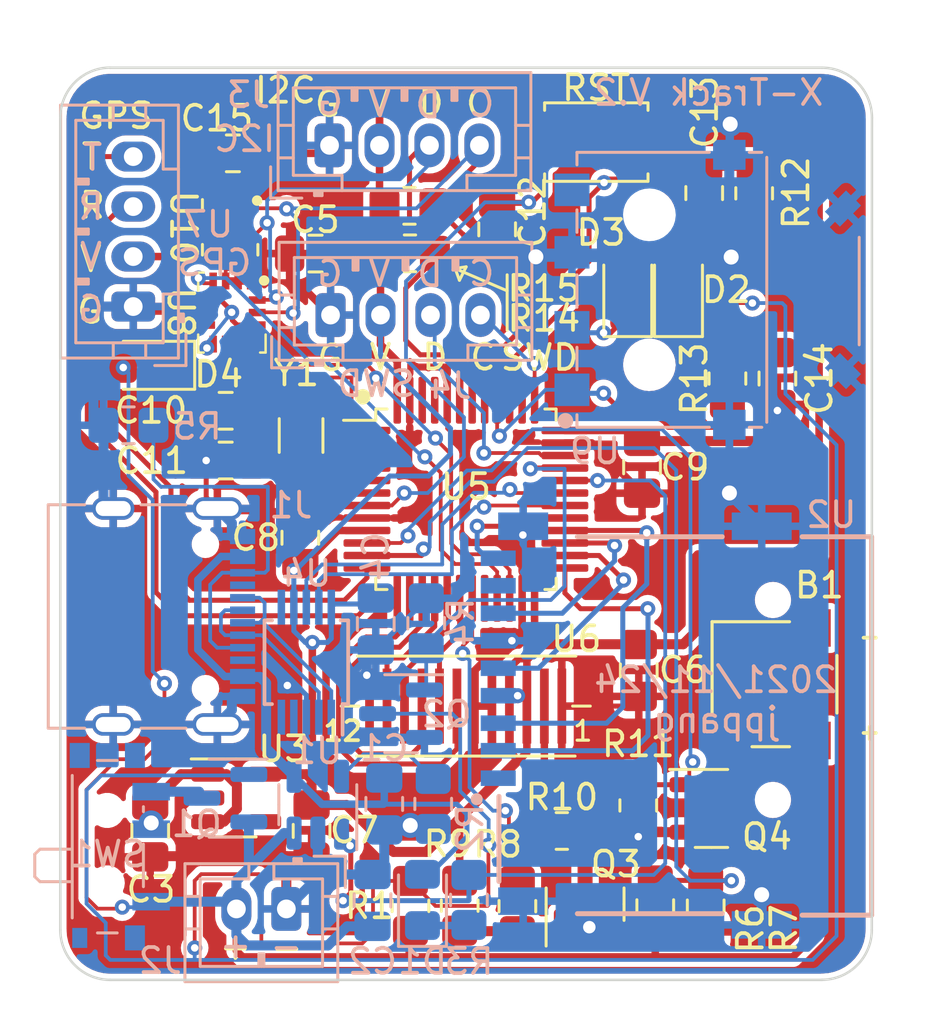
<source format=kicad_pcb>
(kicad_pcb (version 20211014) (generator pcbnew)
  (title_block (title "X-Track") (date "2021-09-09"))
  (layers (0 "F.Cu" signal) (31 "B.Cu" signal) (34 "B.Paste" user) (35 "F.Paste" user) (36 "B.SilkS" user "B.Silkscreen") (37 "F.SilkS" user "F.Silkscreen") (38 "B.Mask" user) (39 "F.Mask" user) (44 "Edge.Cuts" user))
  (net 0 "")
  (net 1 "Net-(B1-PadN)")
  (net 2 "/USB_VCC")
  (net 3 "GND")
  (net 4 "/BAT+")
  (net 5 "Net-(C3-Pad1)")
  (net 6 "+3V3")
  (net 7 "/OSC32_IN")
  (net 8 "/OSC32_OUT")
  (net 9 "/RST")
  (net 10 "/EC_B")
  (net 11 "/EC_A")
  (net 12 "Net-(C15-Pad1)")
  (net 13 "Net-(D1-Pad1)")
  (net 14 "/EC_KEY")
  (net 15 "Net-(D2-Pad2)")
  (net 16 "/EC_KEY_DET")
  (net 17 "/VBAT")
  (net 18 "/CC")
  (net 19 "/DP+")
  (net 20 "/DP-")
  (net 23 "/MCU_SDA")
  (net 24 "/MCU_SCL")
  (net 25 "/SWDIO")
  (net 26 "/SWCLK")
  (net 27 "Net-(Q1-Pad3)")
  (net 28 "/PWR_EN")
  (net 29 "Net-(Q3-Pad1)")
  (net 30 "Net-(Q3-Pad3)")
  (net 31 "/BUZZ")
  (net 32 "Net-(R2-Pad1)")
  (net 33 "/BAT_CHG_DET")
  (net 34 "/BAT_DET")
  (net 35 "/SCR_BLK")
  (net 36 "/SCR_LEDK")
  (net 38 "/SD_CS")
  (net 39 "/SD_MOSI")
  (net 40 "/SD_MISO")
  (net 42 "/SD_CD")
  (net 47 "/MCU_RX")
  (net 48 "/MCU_TX")
  (net 52 "/GPS_RX")
  (net 53 "/GPS_TX")
  (net 54 "/SCR_DC")
  (net 55 "/SCR_SCL")
  (net 56 "/SCR_RES")
  (net 57 "/SCR_SDA")
  (net 58 "/SCR_CS")
  (net 60 "/IMU_INT1")
  (net 61 "/IMU_INT2")
  (net 62 "/SD_SCK")
  (footprint "Resistor_SMD:R_0805_2012Metric_Pad1.20x1.40mm_HandSolder" (layer "F.Cu") (at 66.84 69.22 90)
    (fp_text reference "R11")
    (fp_text value "20K")
  )
  (footprint "Capacitor_SMD:C_0805_2012Metric_Pad1.18x1.45mm_HandSolder" (layer "F.Cu") (at 50.32 53.43)
    (fp_text reference "C10")
    (fp_text value "15pF")
  )
  (footprint "Capacitor_SMD:C_0805_2012Metric_Pad1.18x1.45mm_HandSolder" (layer "F.Cu") (at 53.76 70.24 -90)
    (fp_text reference "C7")
    (fp_text value "2.2uF")
  )
  (footprint "Package_QFP:LQFP_LQFN_-48_7x7mm_P0.5mm" (layer "F.Cu") (at 59.94 56.97)
    (fp_text reference "U5")
    (fp_text value "AT32F403ACGT7")
  )
  (footprint "Package_TO_SOT_SMD:SOT-23" (layer "F.Cu") (at 69.77 69.34)
    (fp_text reference "Q4")
    (fp_text value "AO3400A")
  )
  (footprint "Resistor_SMD:R_0805_2012Metric_Pad1.20x1.40mm_HandSolder" (layer "F.Cu") (at 67.52 73.22 90)
    (fp_text reference "R6")
    (fp_text value "200K")
  )
  (footprint "Resistor_SMD:R_0805_2012Metric_Pad1.20x1.40mm_HandSolder" (layer "F.Cu") (at 59.69 73.23 -90)
    (fp_text reference "R9")
    (fp_text value "20K")
  )
  (footprint "Diode_SMD:D_0805_2012Metric_Pad1.15x1.40mm_HandSolder" (layer "F.Cu") (at 47.22 51.61 180)
    (fp_text reference "D4")
    (fp_text value "1N4007")
  )
  (footprint "Buzzer_CMT-0502-75-SMT-TR:Buzzer_CMT-0502-75-SMT-TR" (layer "F.Cu") (at 72.295 64.37 180)
    (fp_text reference "B1")
    (fp_text value "Buzzer")
  )
  (footprint "Resistor_SMD:R_0805_2012Metric_Pad1.20x1.40mm_HandSolder" (layer "F.Cu") (at 70.41 52.14 90)
    (fp_text reference "R13")
    (fp_text value "20K")
  )
  (footprint "Capacitor_SMD:C_0805_2012Metric_Pad1.18x1.45mm_HandSolder" (layer "F.Cu") (at 66.99 55.69 -90)
    (fp_text reference "C9")
    (fp_text value "104")
  )
  (footprint "Resistor_SMD:R_0805_2012Metric_Pad1.20x1.40mm_HandSolder" (layer "F.Cu") (at 57.7 47.13)
    (fp_text reference "R14")
    (fp_text value "4.7K")
  )
  (footprint "Package_LGA:LGA-14L_2.5x3mm_P0.5mm_LSM6DSM" (layer "F.Cu") (at 50.57 49.49 -90)
    (fp_text reference "U8")
    (fp_text value "LSM6DSM")
  )
  (footprint "Capacitor_SMD:C_0805_2012Metric_Pad1.18x1.45mm_HandSolder" (layer "F.Cu") (at 69.48 44.72 -90)
    (fp_text reference "C13")
    (fp_text value "104")
  )
  (footprint "Resistor_SMD:R_0805_2012Metric_Pad1.20x1.40mm_HandSolder" (layer "F.Cu") (at 63.78 70.24)
    (fp_text reference "R10")
    (fp_text value "10")
  )
  (footprint "Capacitor_SMD:C_0805_2012Metric_Pad1.18x1.45mm_HandSolder" (layer "F.Cu") (at 50.61 43.13)
    (fp_text reference "C15")
    (fp_text value "104")
  )
  (footprint "Capacitor_SMD:C_0805_2012Metric_Pad1.18x1.45mm_HandSolder" (layer "F.Cu") (at 47.3 70.24 -90)
    (fp_text reference "C3")
    (fp_text value "2.2uF")
  )
  (footprint "Capacitor_SMD:C_0805_2012Metric_Pad1.18x1.45mm_HandSolder" (layer "F.Cu") (at 53.92 47.14 180)
    (fp_text reference "C5")
    (fp_text value "4.7uF")
  )
  (footprint "Button_Switch_SMD:SW_Push_SPST_NO_Alps_SKRK" (layer "F.Cu") (at 65.16 42.68 180)
    (fp_text reference "RST")
    (fp_text value "RESET")
  )
  (footprint "Capacitor_SMD:C_0805_2012Metric_Pad1.18x1.45mm_HandSolder" (layer "F.Cu") (at 66.86 63.82 -90)
    (fp_text reference "C6")
    (fp_text value "104")
  )
  (footprint "Diode_SMD:D_0805_2012Metric_Pad1.15x1.40mm_HandSolder" (layer "F.Cu") (at 66.42 48.6 90)
    (fp_text reference "D3")
    (fp_text value "1N4148")
  )
  (footprint "Capacitor_SMD:C_0805_2012Metric_Pad1.18x1.45mm_HandSolder" (layer "F.Cu") (at 72.41 52.14 -90)
    (fp_text reference "C14")
    (fp_text value "104")
  )
  (footprint "Diode_SMD:D_0805_2012Metric_Pad1.15x1.40mm_HandSolder" (layer "F.Cu") (at 68.45 48.6 90)
    (fp_text reference "D2")
    (fp_text value "1N4148")
  )
  (footprint "Resistor_SMD:R_0805_2012Metric_Pad1.20x1.40mm_HandSolder" (layer "F.Cu") (at 71.48 44.73 90)
    (fp_text reference "R12")
    (fp_text value "20K")
  )
  (footprint "Capacitor_SMD:C_0805_2012Metric_Pad1.18x1.45mm_HandSolder" (layer "F.Cu") (at 50.32 55.42 180)
    (fp_text reference "C11")
    (fp_text value "15pF")
  )
  (footprint "Capacitor_SMD:C_0805_2012Metric_Pad1.18x1.45mm_HandSolder" (layer "F.Cu") (at 53.31 58.51 90)
    (fp_text reference "C8")
    (fp_text value "104")
  )
  (footprint "Package_TO_SOT_SMD:SOT-23" (layer "F.Cu") (at 64.71 73.17 90)
    (fp_text reference "Q3")
    (fp_text value "AO3400A")
  )
  (footprint "Resistor_SMD:R_0805_2012Metric_Pad1.20x1.40mm_HandSolder" (layer "F.Cu") (at 57.72 73.24 90)
    (fp_text reference "R1")
    (fp_text value "200K")
  )
  (footprint "Capacitor_SMD:C_0805_2012Metric_Pad1.18x1.45mm_HandSolder" (layer "F.Cu") (at 61.19 46.17 -90)
    (fp_text reference "C12")
    (fp_text value "104")
  )
  (footprint "Package_TO_SOT_SMD:SOT-23-5" (layer "F.Cu") (at 50.74 68.92)
    (fp_text reference "U3")
    (fp_text value "LP5907MFX-3.3")
  )
  (footprint "Crystal:Crystal_SMD_3215-2Pin_3.2x1.5mm" (layer "F.Cu") (at 53.34 54.42 90)
    (fp_text reference "Y1")
    (fp_text value "32.768KHz")
  )
  (footprint "Display:ZJY154T-PG04" (layer "F.Cu") (at 59.93 37.245)
    (fp_text reference "U6")
    (fp_text value "IPS154-12")
  )
  (footprint "Resistor_SMD:R_0805_2012Metric_Pad1.20x1.40mm_HandSolder" (layer "F.Cu") (at 62 73.25 -90)
    (fp_text reference "R8")
    (fp_text value "470")
  )
  (footprint "Resistor_SMD:R_0805_2012Metric_Pad1.20x1.40mm_HandSolder" (layer "F.Cu") (at 69.54 73.23 -90)
    (fp_text reference "R7")
    (fp_text value "200K")
  )
  (footprint "Resistor_SMD:R_0805_2012Metric_Pad1.20x1.40mm_HandSolder" (layer "F.Cu") (at 57.68 45.23)
    (fp_text reference "R15")
    (fp_text value "4.7K")
  )
  (footprint "Package_LGA:LGA-12_2x2mm_P0.5mm_LIS3MDL" (layer "F.Cu") (at 50.5 46.09 -90)
    (fp_text reference "U10")
    (fp_text value "LIS3MDL")
  )
  (footprint "Button_Switch_SMD:Taobao_SW_SPDT_MSK-12C01-07" (layer "B.Cu") (at 52.4475 70.87 90)
    (fp_text reference "SW1")
    (fp_text value "SW_SPDT")
  )
  (footprint "Connector_JST:JST_PH_B4B-PH-K_1x04_P2.00mm_Vertical" (layer "B.Cu") (at 54.52 49.6)
    (fp_text reference "J4")
    (fp_text value "SWD")
  )
  (footprint "Package_TO_SOT_SMD:SOT-23-5" (layer "B.Cu") (at 54.01 69.19 90)
    (fp_text reference "U1")
    (fp_text value "MCP73831-2-OT")
  )
  (footprint "Package_TO_SOT_SMD:SOT-23" (layer "B.Cu") (at 50.31 68.93 180)
    (fp_text reference "Q1")
    (fp_text value "AO3401A")
  )
  (footprint "Package_SO:MSOP-10_3x3mm_P0.5mm" (layer "B.Cu") (at 53.55 63.49 90)
    (fp_text reference "U4")
    (fp_text value "CH340E")
  )
  (footprint "Capacitor_SMD:C_0805_2012Metric_Pad1.18x1.45mm_HandSolder" (layer "B.Cu") (at 56.33 61.96 -90)
    (fp_text reference "C4")
    (fp_text value "104")
  )
  (footprint "LED_SMD:LED_0805_2012Metric_Pad1.15x1.40mm_HandSolder" (layer "B.Cu") (at 58.2 73 90)
    (fp_text reference "D1")
    (fp_text value "LED_Red")
  )
  (footprint "Resistor_SMD:R_0805_2012Metric_Pad1.20x1.40mm_HandSolder" (layer "B.Cu") (at 60.06 73 90)
    (fp_text reference "R3")
    (fp_text value "470")
  )
  (footprint "Resistor_SMD:R_0805_2012Metric_Pad1.20x1.40mm_HandSolder" (layer "B.Cu") (at 58.35 61.93 90)
    (fp_text reference "R4")
    (fp_text value "200K")
  )
  (footprint "Rotary_Encoder:RotaryEncoder_Mitsumi_SIQ-02FVS3" (layer "B.Cu") (at 71.785 48.59 90)
    (fp_text reference "U9")
    (fp_text value "SIQ-02FVS3")
  )
  (footprint "Capacitor_SMD:C_0805_2012Metric_Pad1.18x1.45mm_HandSolder" (layer "B.Cu") (at 56.2 73.02 -90)
    (fp_text reference "C2")
    (fp_text value "4.7uF")
  )
  (footprint "Resistor_SMD:R_0805_2012Metric_Pad1.20x1.40mm_HandSolder" (layer "B.Cu") (at 46.43 54.01 180)
    (fp_text reference "R5")
    (fp_text value "4.7K")
  )
  (footprint "Connector_JST:JST_PH_B4B-PH-K_1x04_P2.00mm_Vertical" (layer "B.Cu") (at 54.48 42.81)
    (fp_text reference "J3")
    (fp_text value "I2C")
  )
  (footprint "Connector_JST:JST_PH_B4B-PH-K_1x04_P2.00mm_Vertical" (layer "B.Cu") (at 46.62 49.26 90)
    (fp_text reference "U7")
    (fp_text value "GPS_UART_Module")
  )
  (footprint "Connector_USB:Taobao_USB_C_Receptacle_16Pin" (layer "B.Cu") (at 55.1975 61.66 90)
    (fp_text reference "J1")
    (fp_text value "USB_C_Receptacle_USB2.0")
  )
  (footprint "microSD_9Pins:microSD_9Pins" (layer "B.Cu") (at 72.2325 65.95 -90)
    (fp_text reference "U2")
    (fp_text value "Micro_SD_Card_Det_9Pin")
  )
  (footprint "Capacitor_SMD:C_0805_2012Metric_Pad1.18x1.45mm_HandSolder" (layer "B.Cu") (at 56.67 69.16 -90)
    (fp_text reference "C1")
    (fp_text value "4.7uF")
  )
  (footprint "Connector_JST:JST_PH_B2B-PH-K_1x02_P2.00mm_Vertical" (layer "B.Cu") (at 52.75 73.36 180)
    (fp_text reference "J2")
    (fp_text value "Battery")
  )
  (footprint "Package_TO_SOT_SMD:SOT-23" (layer "B.Cu") (at 57.34 65.55 180)
    (fp_text reference "Q2")
    (fp_text value "AO3400A")
  )
  (footprint "Resistor_SMD:R_0805_2012Metric_Pad1.20x1.40mm_HandSolder" (layer "B.Cu") (at 58.63 69.16 -90)
    (fp_text reference "R2")
    (fp_text value "2K")
  )
  (gr_line (start 59.51 47.74) (end 59.68 48.21) (layer "F.SilkS") (width 0.12))
  (gr_line (start 59.68 48.21) (end 59.95 47.67) (layer "F.SilkS") (width 0.12))
  (gr_line (start 61.59 48.63) (end 59.51 47.74) (layer "F.SilkS") (width 0.12))
  (gr_line (start 61.59 47.99) (end 61.59 50.21) (layer "F.SilkS") (width 0.12))
  (gr_line (start 59.95 47.67) (end 59.55 47.73) (layer "F.SilkS") (width 0.12))
  (gr_arc locked (start 45.7 76.2) (mid 44.285786 75.614214) (end 43.7 74.2) (layer "Edge.Cuts") (width 0.1))
  (gr_line locked (start 76.19 74.21) (end 76.195786 41.704214) (layer "Edge.Cuts") (width 0.1))
  (gr_arc locked (start 74.195787 39.704213) (mid 75.61 40.29) (end 76.195786 41.704214) (layer "Edge.Cuts") (width 0.1))
  (gr_arc locked (start 43.7 41.7) (mid 44.285786 40.285786) (end 45.7 39.7) (layer "Edge.Cuts") (width 0.1))
  (gr_line locked (start 45.69 39.704214) (end 74.195786 39.704214) (layer "Edge.Cuts") (width 0.1))
  (gr_line locked (start 45.684214 76.2) (end 74.205786 76.2) (layer "Edge.Cuts") (width 0.1))
  (gr_line locked (start 43.7 41.7) (end 43.7 74.2) (layer "Edge.Cuts") (width 0.1))
  (gr_arc locked (start 76.19 74.195786) (mid 75.604214 75.61) (end 74.19 76.195786) (layer "Edge.Cuts") (width 0.1))
  (gr_text "GPS" (at 49.87 47.51) (layer "B.SilkS") (effects (font (size 1 1)) (justify mirror)))
  (gr_text "G" (at 54.51 41.07) (layer "B.SilkS") (effects (font (size 1 1)) (justify mirror)))
  (gr_text "C" (at 60.57 47.93) (layer "B.SilkS") (effects (font (size 1 1)) (justify mirror)))
  (gr_text "SWD" (at 56.34 52.35) (layer "B.SilkS") (effects (font (size 1 1)) (justify mirror)))
  (gr_text "T" (at 44.99 43.3) (layer "B.SilkS") (effects (font (size 1 1)) (justify mirror)))
  (gr_text "-" (at 52.74 74.85) (layer "B.SilkS") (effects (font (size 1 1)) (justify mirror)))
  (gr_text "G" (at 44.93 49.36) (layer "B.SilkS") (effects (font (size 1 1)) (justify mirror)))
  (gr_text "I2C" (at 51.08 42.55) (layer "B.SilkS") (effects (font (size 1 1)) (justify mirror)))
  (gr_text "D" (at 58.5 47.95) (layer "B.SilkS") (effects (font (size 1 1)) (justify mirror)))
  (gr_text "R" (at 44.93 45.27) (layer "B.SilkS") (effects (font (size 1 1)) (justify mirror)))
  (gr_text "V" (at 56.48 47.93) (layer "B.SilkS") (effects (font (size 1 1)) (justify mirror)))
  (gr_text "C" (at 60.57 41.15) (layer "B.SilkS") (effects (font (size 1 1)) (justify mirror)))
  (gr_text "D" (at 58.42 41.2) (layer "B.SilkS") (effects (font (size 1 1)) (justify mirror)))
  (gr_text "V" (at 56.5 41.15) (layer "B.SilkS") (effects (font (size 1 1)) (justify mirror)))
  (gr_text "V" (at 44.93 47.25) (layer "B.SilkS") (effects (font (size 1 1)) (justify mirror)))
  (gr_text "+" (at 50.72 74.8) (layer "B.SilkS") (effects (font (size 1 1)) (justify mirror)))
  (gr_text "2021/11/24\njppang" (at 69.94 65) (layer "B.SilkS") (effects (font (size 1 1)) (justify mirror)))
  (gr_text "X-Track V.2" (at 69.65 40.7) (layer "B.SilkS") (effects (font (size 1 1)) (justify mirror)))
  (gr_text "G" (at 54.5 47.95) (layer "B.SilkS") (effects (font (size 1 1)) (justify mirror)))
  (gr_text "V" (at 44.92 47.35) (layer "F.SilkS") (effects (font (size 1 1))))
  (gr_text "G" (at 44.88 49.42) (layer "F.SilkS") (effects (font (size 1 1))))
  (gr_text "G" (at 54.4 41.15) (layer "F.SilkS") (effects (font (size 1 1))))
  (gr_text "V" (at 56.47 41.11) (layer "F.SilkS") (effects (font (size 1 1))))
  (gr_text "I2C" (at 52.71 40.61) (layer "F.SilkS") (effects (font (size 1 1))))
  (gr_text "V" (at 56.52 51.29) (layer "F.SilkS") (effects (font (size 1 1))))
  (gr_text "SWD" (at 62.89 51.3) (layer "F.SilkS") (effects (font (size 1 1))))
  (gr_text "G" (at 54.5 51.32) (layer "F.SilkS") (effects (font (size 1 1))))
  (gr_text "T" (at 44.95 43.27) (layer "F.SilkS") (effects (font (size 1 1))))
  (gr_text "D" (at 58.7 51.28) (layer "F.SilkS") (effects (font (size 1 1))))
  (gr_text "D" (at 58.54 41.12) (layer "F.SilkS") (effects (font (size 1 1))))
  (gr_text "R" (at 44.98 45.21) (layer "F.SilkS") (effects (font (size 1 1))))
  (gr_text "C" (at 60.62 51.29) (layer "F.SilkS") (effects (font (size 1 1))))
  (gr_text "GPS" (at 45.93 41.63) (layer "F.SilkS") (effects (font (size 1 1))))
  (gr_text "-" (at 52.77 74.89) (layer "F.SilkS") (effects (font (size 1 1))))
  (gr_text "+" (at 50.71 74.87) (layer "F.SilkS") (effects (font (size 1 1))))
  (gr_text "C" (at 60.45 41.14) (layer "F.SilkS") (effects (font (size 1 1))))
  (segment (start 73.895 64.315) (end 73.65 64.56) (width 0.3) (layer "F.Cu") (net 1))
  (segment (start 72.01 67.52) (end 70.7075 68.8225) (width 0.3) (layer "F.Cu") (net 1))
  (segment (start 72.01 65.25) (end 72.01 67.52) (width 0.3) (layer "F.Cu") (net 1))
  (segment (start 72.7 64.56) (end 72.01 65.25) (width 0.3) (layer "F.Cu") (net 1))
  (segment (start 73.65 64.56) (end 72.7 64.56) (width 0.3) (layer "F.Cu") (net 1))
  (segment (start 73.895 62.12) (end 73.895 64.315) (width 0.3) (layer "F.Cu") (net 1))
  (segment (start 70.7075 68.8225) (end 70.7075 69.34) (width 0.3) (layer "F.Cu") (net 1))
  (segment (start 49.20548 62.98548) (end 50.28 64.06) (width 0.3) (layer "B.Cu") (net 2))
  (segment (start 58.485 71.975) (end 59.98 70.48) (width 0.2) (layer "B.Cu") (net 2))
  (segment (start 50.28 64.06) (end 50.9975 64.06) (width 0.3) (layer "B.Cu") (net 2))
  (segment (start 51.94 66.9325) (end 53.06 68.0525) (width 0.4) (layer "B.Cu") (net 2))
  (segment (start 54.1775 69.17) (end 53.06 68.0525) (width 0.3) (layer "B.Cu") (net 2))
  (segment (start 56.58 69.17) (end 56.55 69.14) (width 0.2) (layer "B.Cu") (net 2))
  (segment (start 51.047522 64.06) (end 51.067522 64.08) (width 0.4) (layer "B.Cu") (net 2))
  (segment (start 58.2 71.975) (end 58.345 71.975) (width 0.3) (layer "B.Cu") (net 2))
  (segment (start 56.67 68.1225) (end 56.67 69.02) (width 0.3) (layer "B.Cu") (net 2))
  (segment (start 50.14 59.26) (end 49.20548 60.19452) (width 0.3) (layer "B.Cu") (net 2))
  (segment (start 59.58 69.17) (end 56.58 69.17) (width 0.2) (layer "B.Cu") (net 2))
  (segment (start 51.94 64.32) (end 51.94 66.9325) (width 0.4) (layer "B.Cu") (net 2))
  (segment (start 51.7 64.08) (end 51.94 64.32) (width 0.4) (layer "B.Cu") (net 2))
  (segment (start 59.98 69.57) (end 59.58 69.17) (width 0.2) (layer "B.Cu") (net 2))
  (segment (start 59.98 70.48) (end 59.98 69.57) (width 0.2) (layer "B.Cu") (net 2))
  (segment (start 49.20548 60.19452) (end 49.20548 62.98548) (width 0.3) (layer "B.Cu") (net 2))
  (segment (start 58.345 71.975) (end 58.485 71.975) (width 0.2) (layer "B.Cu") (net 2))
  (segment (start 51.067522 64.08) (end 51.7 64.08) (width 0.4) (layer "B.Cu") (net 2))
  (segment (start 56.64 69.17) (end 54.1775 69.17) (width 0.3) (layer "B.Cu") (net 2))
  (segment (start 50.5675 59.26) (end 50.14 59.26) (width 0.3) (layer "B.Cu") (net 2))
  (segment (start 48.79 49.49) (end 46.85 49.49) (width 0.2) (layer "F.Cu") (net 3))
  (segment (start 71.2 74.23) (end 69.54 74.23) (width 0.4) (layer "F.Cu") (net 3))
  (segment (start 51.27 47.76) (end 50.82 47.76) (width 0.15) (layer "F.Cu") (net 3))
  (segment (start 51.32 47.81) (end 51.27 47.76) (width 0.15) (layer "F.Cu") (net 3))
  (segment (start 50.25 45.3275) (end 50.25 44.86) (width 0.15) (layer "F.Cu") (net 3))
  (segment (start 71.78 73.65) (end 71.2 74.23) (width 0.4) (layer "F.Cu") (net 3))
  (segment (start 50.75 46.8525) (end 50.75 45.59) (width 0.15) (layer "F.Cu") (net 3))
  (segment (start 52.8825 46.4775) (end 52.8825 47.14) (width 0.3) (layer "F.Cu") (net 3))
  (segment (start 53.27 71.25) (end 52.75 71.25) (width 0.4) (layer "F.Cu") (net 3))
  (segment (start 59.19 53.0075) (end 59.19 51.78) (width 0.15) (layer "F.Cu") (net 3))
  (segment (start 50.32 47.77) (end 50.32 48.2375) (width 0.15) (layer "F.Cu") (net 3))
  (segment (start 60.94 62.63) (end 60.69 62.88) (width 0.3) (layer "F.Cu") (net 3))
  (segment (start 60.28 65.245) (end 60.28 67.08) (width 0.3) (layer "F.Cu") (net 3))
  (segment (start 66.86 64.8575) (end 66.4725 65.245) (width 0.2) (layer "F.Cu") (net 3))
  (segment (start 52.37 65.98) (end 49.9875 65.98) (width 0.2) (layer "F.Cu") (net 3))
  (segment (start 50.12 57.4725) (end 49.9875 57.34) (width 0.2) (layer "F.Cu") (net 3))
  (segment (start 71.78 71.56) (end 70.51 70.29) (width 0.4) (layer "F.Cu") (net 3))
  (segment (start 53.76 71.2775) (end 53.2975 71.2775) (width 0.4) (layer "F.Cu") (net 3))
  (segment (start 47.5925 71.2775) (end 47.3 71.2775) (width 0.4) (layer "F.Cu") (net 3))
  (segment (start 50.75 44.0275) (end 51.6475 43.13) (width 0.2) (layer "F.Cu") (net 3))
  (segment (start 72.41 53.42) (end 72.41 53.1775) (width 0.2) (layer "F.Cu") (net 3))
  (segment (start 55.9775 57.72) (end 53.5575 57.72) (width 0.2) (layer "F.Cu") (net 3))
  (segment (start 70.4625 56.7475) (end 67.01 56.7475) (width 0.3) (layer "F.Cu") (net 3))
  (segment (start 63.78 68.65) (end 63.78 65.245) (width 0.3) (layer "F.Cu") (net 3))
  (segment (start 65.65 74.0975) (end 65.66 74.1075) (width 0.2) (layer "F.Cu") (net 3))
  (segment (start 66.84 70.47) (end 67.02 70.29) (width 0.4) (layer "F.Cu") (net 3))
  (segment (start 53.2975 71.2775) (end 53.27 71.25) (width 0.4) (layer "F.Cu") (net 3))
  (segment (start 51.32 47.81) (end 51.99 47.14) (width 0.2) (layer "F.Cu") (net 3))
  (segment (start 57.82 51.69) (end 57.69 51.82) (width 0.15) (layer "F.Cu") (net 3))
  (segment (start 52.8825 47.9625) (end 54.52 49.6) (width 0.3) (layer "F.Cu") (net 3))
  (segment (start 52.8825 47.14) (end 52.8825 47.9625) (width 0.3) (layer "F.Cu") (net 3))
  (segment (start 55.9775 57.72) (end 57.63 57.72) (width 0.2) (layer "F.Cu") (net 3))
  (segment (start 54.48 42.81) (end 54.48 44.88) (width 0.3) (layer "F.Cu") (net 3))
  (segment (start 60.69 62.88) (end 60.69 63.42) (width 0.3) (layer "F.Cu") (net 3))
  (segment (start 50.25 44.86) (end 50.32 44.79) (width 0.15) (layer "F.Cu") (net 3))
  (segment (start 50.82 47.76) (end 50.33 47.76) (width 0.15) (layer "F.Cu") (net 3))
  (segment (start 50.75 45.3275) (end 50.75 44.79) (width 0.15) (layer "F.Cu") (net 3))
  (segment (start 60.98 67.11) (end 60.98 65.245) (width 0.3) (layer "F.Cu") (net 3))
  (segment (start 63.91 68.78) (end 63.78 68.65) (width 0.3) (layer "F.Cu") (net 3))
  (segment (start 59.18048 51.77048) (end 59.1 51.69) (width 0.15) (layer "F.Cu") (net 3))
  (segment (start 65.66 74.1075) (end 66.5475 73.22) (width 0.3) (layer "F.Cu") (net 3))
  (segment (start 53.5575 57.72) (end 53.31 57.4725) (width 0.2) (layer "F.Cu") (net 3))
  (segment (start 46.85 49.49) (end 46.62 49.26) (width 0.2) (layer "F.Cu") (net 3))
  (segment (start 65.65 74.09) (end 64.88 74.09) (width 0.3) (layer "F.Cu") (net 3))
  (segment (start 51.32 48.2375) (end 51.32 47.81) (width 0.15) (layer "F.Cu") (net 3))
  (segment (start 62.22 58.4295) (end 62.19 58.4595) (width 0.3) (layer "F.Cu") (net 3))
  (segment (start 61.78 62.63) (end 60.94 62.63) (width 0.3) (layer "F.Cu") (net 3))
  (segment (start 49.6575 49.49) (end 48.79 49.49) (width 0.15) (layer "F.Cu") (net 3))
  (segment (start 48.79 49.86) (end 48.79 49.49) (width 0.15) (layer "F.Cu") (net 3))
  (segment (start 67.26 42.68) (end 67.26 41.96) (width 0.3) (layer "F.Cu") (net 3))
  (segment (start 69.26 45.9775) (end 69.26 45.98) (width 0.4) (layer "F.Cu") (net 3))
  (segment (start 48.96 68.92) (end 48.47 69.41) (width 0.3) (layer "F.Cu") (net 3))
  (segment (start 49.54 55.42) (end 49.54 56.8925) (width 0.2) (layer "F.Cu") (net 3))
  (segment (start 51.6475 43.13) (end 54.16 43.13) (width 0.3) (layer "F.Cu") (net 3))
  (segment (start 52.79 64.42) (end 52.79 65.56) (width 0.2) (layer "F.Cu") (net 3))
  (segment (start 60.6 67.11) (end 60.62 67.11) (width 0.4) (layer "F.Cu") (net 3))
  (segment (start 71.78 72.79) (end 71.78 73.65) (width 0.4) (layer "F.Cu") (net 3))
  (segment (start 49.54 56.8925) (end 49.9875 57.34) (width 0.2) (layer "F.Cu") (net 3))
  (segment (start 48.47 69.41) (end 48.47 71.25) (width 0.3) (layer "F.Cu") (net 3))
  (segment (start 51.99 47.14) (end 52.8825 47.14) (width 0.2) (layer "F.Cu") (net 3))
  (segment (start 59.19 53.0075) (end 59.19 54.14) (width 0.15) (layer "F.Cu") (net 3))
  (segment (start 56.08 64.58) (end 56.08 65.245) (width 0.2) (layer "F.Cu") (net 3))
  (segment (start 50.75 44.79) (end 50.75 44.0275) (width 0.2) (layer "F.Cu") (net 3))
  (segment (start 58.4 56.95) (end 58.4 56.54) (width 0.2) (layer "F.Cu") (net 3))
  (segment (start 49.54 55.42) (end 49.2825 55.1625) (width 0.15) (layer "F.Cu") (net 3))
  (segment (start 51.25 45.84) (end 51.24 45.83) (width 0.2) (layer "F.Cu") (net 3))
  (segment (start 48.47 71.25) (end 48.4425 71.2775) (width 0.3) (layer "F.Cu") (net 3))
  (segment (start 47.3 71.2775) (end 47.3275 71.25) (width 0.4) (layer "F.Cu") (net 3))
  (segment (start 60.28 63.83) (end 60.28 65.245) (width 0.3) (layer "F.Cu") (net 3))
  (segment (start 59.1 51.69) (end 57.82 51.69) (width 0.15) (layer "F.Cu") (net 3))
  (segment (start 50.33 47.76) (end 50.32 47.77) (width 0.15) (layer "F.Cu") (net 3))
  (segment (start 59.19 54.14) (end 59.790489 54.740489) (width 0.15) (layer "F.Cu") (net 3))
  (segment (start 60.114511 58.624511) (end 62.024989 58.624511) (width 0.15) (layer "F.Cu") (net 3))
  (segment (start 53.31 57.4725) (end 50.12 57.4725) (width 0.2) (layer "F.Cu") (net 3))
  (segment (start 69.48 45.7575) (end 69.26 45.9775) (width 0.4) (layer "F.Cu") (net 3))
  (segment (start 71.78 72.79) (end 71.78 71.56) (width 0.4) (layer "F.Cu") (net 3))
  (segment (start 62.19 58.4595) (end 62.19 60.9325) (width 0.2) (layer "F.Cu") (net 3))
  (segment (start 60.69 63.42) (end 60.28 63.83) (width 0.3) (layer "F.Cu") (net 3))
  (segment (start 57.71 70) (end 60.6 67.11) (width 0.4) (layer "F.Cu") (net 3))
  (segment (start 62.74 47.27) (end 61.2525 47.27) (width 0.4) (layer "F.Cu") (net 3))
  (segment (start 50.32 44.79) (end 50.75 44.79) (width 0.15) (layer "F.Cu") (net 3))
  (segment (start 52.79 65.56) (end 52.37 65.98) (width 0.2) (layer "F.Cu") (net 3))
  (segment (start 60.31 67.11) (end 60.98 67.11) (width 0.3) (layer "F.Cu") (net 3))
  (segment (start 61.2525 47.27) (end 61.19 47.2075) (width 0.4) (layer "F.Cu") (net 3))
  (segment (start 49.5575 50) (end 48.93 50) (width 0.15) (layer "F.Cu") (net 3))
  (segment (start 66.4725 65.245) (end 63.78 65.245) (width 0.2) (layer "F.Cu") (net 3))
  (segment (start 62.22 58.4) (end 62.22 58.4295) (width 0.3) (layer "F.Cu") (net 3))
  (segment (start 47.3275 71.25) (end 52.75 71.25) (width 0.4) (layer "F.Cu") (net 3))
  (segment (start 51.24 45.83) (end 50.76 45.83) (width 0.15) (layer "F.Cu") (net 3))
  (segment (start 65.15 68.78) (end 63.91 68.78) (width 0.3) (layer "F.Cu") (net 3))
  (segment (start 68.53 73.22) (end 69.54 74.23) (width 0.3) (layer "F.Cu") (net 3))
  (segment (start 50.75 45.59) (end 50.75 45.3275) (width 0.15) (layer "F.Cu") (net 3))
  (segment (start 58.4 56.54) (end 57.69 55.83) (width 0.2) (layer "F.Cu") (net 3))
  (segment (start 51.2625 45.84) (end 51.25 45.84) (width 0.2) (layer "F.Cu") (net 3))
  (segment (start 50.82 47.76) (end 50.82 48.2375) (width 0.15) (layer "F.Cu") (net 3))
  (segment (start 63.9025 54.72) (end 64.9825 54.72) (width 0.3) (layer "F.Cu") (net 3))
  (segment (start 60.98 63.42) (end 60.69 63.42) (width 0.3) (layer "F.Cu") (net 3))
  (segment (start 60.98 63.42) (end 60.98 65.245) (width 0.3) (layer "F.Cu") (net 3))
  (segment (start 54.48 44.88) (end 52.8825 46.4775) (width 0.3) (layer "F.Cu") (net 3))
  (segment (start 70.51 70.29) (end 68.8325 70.29) (width 0.4) (layer "F.Cu") (net 3))
  (segment (start 61.78 62.63) (end 62.19 62.22) (width 0.3) (layer "F.Cu") (net 3))
  (segment (start 57.63 57.72) (end 58.4 56.95) (width 0.2) (layer "F.Cu") (net 3))
  (segment (start 59.790489 54.740489) (end 59.790489 58.300489) (width 0.15) (layer "F.Cu") (net 3))
  (segment (start 57.71 70.02) (end 57.71 70) (width 0.4) (layer "F.Cu") (net 3))
  (segment (start 59.790489 58.300489) (end 60.114511 58.624511) (width 0.15) (layer "F.Cu") (net 3))
  (segment (start 67.26 41.96) (end 70.52 41.96) (width 0.3) (layer "F.Cu") (net 3))
  (segment (start 69.26 45.98) (end 70.56 47.28) (width 0.3) (layer "F.Cu") (net 3))
  (segment (start 54.16 43.13) (end 54.48 42.81) (width 0.3) (layer "F.Cu") (net 3))
  (segment (start 65.65 74.09) (end 65.65 74.0975) (width 0.2) (layer "F.Cu") (net 3))
  (segment (start 48.93 50) (end 48.79 49.86) (width 0.15) (layer "F.Cu") (net 3))
  (segment (start 57.69 55.83) (end 57.69 53.0075) (width 0.2) (layer "F.Cu") (net 3))
  (segment (start 67.01 56.7475) (end 66.99 56.7275) (width 0.3) (layer "F.Cu") (net 3))
  (segment (start 66.5475 73.22) (end 68.53 73.22) (width 0.3) (layer "F.Cu") (net 3))
  (segment (start 64.9825 54.72) (end 66.99 56.7275) (width 0.3) (layer "F.Cu") (net 3))
  (segment (start 57.69 51.82) (end 57.69 53.0075) (width 0.15) (layer "F.Cu") (net 3))
  (segment (start 49.2825 55.1625) (end 49.2825 53.43) (width 0.15) (layer "F.Cu") (net 3))
  (segment (start 67.02 70.29) (end 68.8325 70.29) (width 0.4) (layer "F.Cu") (net 3))
  (segment (start 52.75 71.25) (end 52.75 73.36) (width 0.4) (layer "F.Cu") (net 3))
  (segment (start 66.84 70.47) (end 65.15 68.78) (width 0.3) (layer "F.Cu") (net 3))
  (segment (start 62.024989 58.624511) (end 62.19 58.4595) (width 0.15) (layer "F.Cu") (net 3))
  (segment (start 62.19 62.22) (end 62.19 60.9325) (width 0.3) (layer "F.Cu") (net 3))
  (segment (start 70.49 56.72) (end 70.4625 56.7475) (width 0.3) (layer "F.Cu") (net 3))
  (segment (start 50.75 45.82) (end 50.75 45.59) (width 0.15) (layer "F.Cu") (net 3))
  (segment (start 60.28 67.08) (end 60.31 67.11) (width 0.3) (layer "F.Cu") (net 3))
  (segment (start 48.4425 71.2775) (end 47.5925 71.2775) (width 0.3) (layer "F.Cu") (net 3))
  (via (at 71.78 72.79) (size 1) (drill 0.6) (layers "F.Cu" "B.Cu") (net 3))
  (via (at 64.88 74.09) (size 0.8) (drill 0.5) (layers "F.Cu" "B.Cu") (net 3))
  (via (at 57.71 70.02) (size 1) (drill 0.6) (layers "F.Cu" "B.Cu") (net 3))
  (via (at 66.84 70.47) (size 0.6) (drill 0.3) (layers "F.Cu" "B.Cu") (net 3))
  (via (at 52.79 64.42) (size 0.6) (drill 0.3) (layers "F.Cu" "B.Cu") (net 3))
  (via (at 55.97 64.01) (size 0.6) (drill 0.3) (layers "F.Cu" "B.Cu") (net 3))
  (via (at 70.52 41.96) (size 1) (drill 0.6) (layers "F.Cu" "B.Cu") (net 3))
  (via (at 72.41 53.42) (size 0.6) (drill 0.3) (layers "F.Cu" "B.Cu") (net 3))
  (via (at 62.74 47.27) (size 1) (drill 0.6) (layers "F.Cu" "B.Cu") (net 3))
  (via (at 61.78 62.63) (size 0.6) (drill 0.3) (layers "F.Cu" "B.Cu") (net 3))
  (via (at 49.54 55.42) (size 0.6) (drill 0.3) (layers "F.Cu" "B.Cu") (net 3))
  (via (at 70.49 56.72) (size 1) (drill 0.6) (layers "F.Cu" "B.Cu") (net 3))
  (via (at 62.22 58.4) (size 0.6) (drill 0.3) (layers "F.Cu" "B.Cu") (net 3))
  (via (at 70.56 47.28) (size 1) (drill 0.6) (layers "F.Cu" "B.Cu") (net 3))
  (segment (start 54.62 40.96) (end 69.72 40.96) (width 0.3) (layer "B.Cu") (net 3))
  (segment (start 71.78 72.79) (end 71.78 73.9975) (width 0.4) (layer "B.Cu") (net 3))
  (segment (start 55.17 66.5) (end 55.17 66.82) (width 0.2) (layer "B.Cu") (net 3))
  (segment (start 45.03 53.61) (end 45.43 54.01) (width 0.4) (layer "B.Cu") (net 3))
  (segment (start 55.97 64.01) (end 55.97 63.3575) (width 0.4) (layer "B.Cu") (net 3))
  (segment (start 62.74 47.27) (end 64.005 47.27) (width 0.4) (layer "B.Cu") (net 3))
  (segment (start 70.49 56.72) (end 70.485 56.715) (width 0.3) (layer "B.Cu") (net 3))
  (segment (start 72.41 53.42) (end 71.84 53.99) (width 0.2) (layer "B.Cu") (net 3))
  (segment (start 45.03 49.26) (end 45.03 53.61) (width 0.4) (layer "B.Cu") (net 3))
  (segment (start 62.2325 74.2925) (end 62.2325 73.25) (width 0.3) (layer "B.Cu") (net 3))
  (segment (start 52.79 64.42) (end 53.162574 64.42) (width 0.2) (layer "B.Cu") (net 3))
  (segment (start 58.35 60.93) (end 58.35 60.9775) (width 0.2) (layer "B.Cu") (net 3))
  (segment (start 62.22 58.4) (end 62.2325 58.3875) (width 0.3) (layer "B.Cu") (net 3))
  (segment (start 45.43 54.01) (end 45.43 56.9525) (width 0.4) (layer "B.Cu") (net 3))
  (segment (start 64.005 47.27) (end 64.185 47.09) (width 0.4) (layer "B.Cu") (net 3))
  (segment (start 56.4825 62.9975) (end 56.33 62.9975) (width 0.15) (layer "B.Cu") (net 3))
  (segment (start 56.67 71.5125) (end 56.2 71.9825) (width 0.4) (layer "B.Cu") (net 3))
  (segment (start 70.52 41.76) (end 70.52 41.96) (width 0.3) (layer "B.Cu") (net 3))
  (segment (start 57.71 70.02) (end 56.8475 70.02) (width 0.4) (layer "B.Cu") (net 3))
  (segment (start 62.2325 58.3875) (end 62.2325 58.06) (width 0.3) (layer "B.Cu") (net 3))
  (segment (start 61.78 62.63) (end 61.70355 62.70645) (width 0.4) (layer "B.Cu") (net 3))
  (segment (start 70.49 56.7575) (end 71.7825 58.05) (width 0.4) (layer "B.Cu") (net 3))
  (segment (start 55.15 66.49) (end 55.15 64.1775) (width 0.3) (layer "B.Cu") (net 3))
  (segment (start 70.52 43.155) (end 70.485 43.19) (width 0.3) (layer "B.Cu") (net 3))
  (segment (start 55.97 63.3575) (end 56.33 62.9975) (width 0.4) (layer "B.Cu") (net 3))
  (segment (start 56.67 70.1975) (end 56.67 71.5125) (width 0.4) (layer "B.Cu") (net 3))
  (segment (start 64.35 74.62) (end 62.56 74.62) (width 0.3) (layer "B.Cu") (net 3))
  (segment (start 50.5675 64.86) (end 50.5675 65.4) (width 0.4) (layer "B.Cu") (net 3))
  (segment (start 53.162574 64.42) (end 53.55 64.807426) (width 0.2) (layer "B.Cu") (net 3))
  (segment (start 58.35 60.9775) (end 56.33 62.9975) (width 0.2) (layer "B.Cu") (net 3))
  (segment (start 46.62 49.26) (end 45.03 49.26) (width 0.4) (layer "B.Cu") (net 3))
  (segment (start 44.98 41.48) (end 44.98 49.26) (width 0.3) (layer "B.Cu") (net 3))
  (segment (start 53.55 64.807426) (end 53.55 65.69) (width 0.2) (layer "B.Cu") (net 3))
  (segment (start 70.485 53.99) (end 70.485 54.955) (width 0.3) (layer "B.Cu") (net 3))
  (segment (start 55.17 66.82) (end 55.14 66.85) (width 0.2) (layer "B.Cu") (net 3))
  (segment (start 58.5925 70.1975) (end 58.63 70.16) (width 0.2) (layer "B.Cu") (net 3))
  (segment (start 50.5675 58.46) (end 50.5675 57.92) (width 0.4) (layer "B.Cu") (net 3))
  (segment (start 70.485 56.715) (end 70.485 53.99) (width 0.3) (layer "B.Cu") (net 3))
  (segment (start 70.56 47.28) (end 70.485 47.205) (width 0.4) (layer "B.Cu") (net 3))
  (segment (start 54.01 70.3275) (end 54.01 72.1) (width 0.4) (layer "B.Cu") (net 3))
  (segment (start 56.67 70.1975) (end 58.5925 70.1975) (width 0.4) (layer "B.Cu") (net 3))
  (segment (start 70.52 41.96) (end 70.52 43.155) (width 0.3) (layer "B.Cu") (net 3))
  (segment (start 62.56 74.62) (end 62.2325 74.2925) (width 0.3) (layer "B.Cu") (net 3))
  (segment (start 64.185 47.09) (end 64.375 47.28) (width 0.4) (layer "B.Cu") (net 3))
  (segment (start 56.8475 70.02) (end 56.67 70.1975) (width 0.4) (layer "B.Cu") (net 3))
  (segment (start 45.43 56.9525) (end 45.8175 57.34) (width 0.4) (layer "B.Cu") (net 3))
  (segment (start 69.72 40.96) (end 70.52 41.76) (width 0.3) (layer "B.Cu") (net 3))
  (segment (start 55.14 66.85) (end 53.63 66.85) (width 0.2) (layer "B.Cu") (net 3))
  (segment (start 50.5675 57.92) (end 49.9875 57.34) (width 0.4) (layer "B.Cu") (net 3))
  (segment (start 70.49 56.72) (end 70.49 56.7575) (width 0.4) (layer "B.Cu") (net 3))
  (segment (start 54.6 40.96) (end 45.5 40.96) (width 0.3) (layer "B.Cu") (net 3))
  (segment (start 44.98 49.26) (end 46.62 49.26) (width 0.3) (layer "B.Cu") (net 3))
  (segment (start 64.375 47.28) (end 70.56 47.28) (width 0.4) (layer "B.Cu") (net 3))
  (segment (start 45.5 40.96) (end 44.98 41.48) (width 0.3) (layer "B.Cu") (net 3))
  (segment (start 55.15 64.1775) (end 56.33 62.9975) (width 0.3) (layer "B.Cu") (net 3))
  (segment (start 53.55 66.77) (end 53.55 65.69) (width 0.2) (layer "B.Cu") (net 3))
  (segment (start 54.01 72.1) (end 54.005 72.105) (width 0.4) (layer "B.Cu") (net 3))
  (segment (start 71.84 53.99) (end 70.485 53.99) (width 0.2) (layer "B.Cu") (net 3))
  (segment (start 70.485 47.205) (end 70.485 43.19) (width 0.4) (layer "B.Cu") (net 3))
  (segment (start 61.70355 62.70645) (end 60.7825 62.70645) (width 0.4) (layer "B.Cu") (net 3))
  (segment (start 58.2775 66.5) (end 55.17 66.5) (width 0.3) (layer "B.Cu") (net 3))
  (segment (start 50.5675 65.4) (end 49.9875 65.98) (width 0.4) (layer "B.Cu") (net 3))
  (segment (start 53.63 66.85) (end 53.55 66.77) (width 0.2) (layer "B.Cu") (net 3))
  (segment (start 71.78 73.9975) (end 71.7825 74) (width 0.4) (layer "B.Cu") (net 3))
  (segment (start 54.48 42.81) (end 54.48 41.08) (width 0.3) (layer "B.Cu") (net 3))
  (segment (start 54.1275 71.9825) (end 52.75 73.36) (width 0.4) (layer "B.Cu") (net 3))
  (segment (start 56.2 71.9825) (end 54.1275 71.9825) (width 0.4) (layer "B.Cu") (net 3))
  (segment (start 64.88 74.09) (end 64.35 74.62) (width 0.3) (layer "B.Cu") (net 3))
  (segment (start 67.52 74.22) (end 67.52 75.24) (width 0.3) (layer "F.Cu") (net 4))
  (segment (start 45.19 73.35) (end 46.12 73.35) (width 0.15) (layer "F.Cu") (net 4))
  (segment (start 44.75 68.59) (end 44.75 72.91) (width 0.15) (layer "F.Cu") (net 4))
  (segment (start 67.56 75.28) (end 51 75.28) (width 0.3) (layer "F.Cu") (net 4))
  (segment (start 73.895 66.62) (end 73.895 74.415) (width 0.3) (layer "F.Cu") (net 4))
  (segment (start 46.12 73.35) (end 46.18 73.29) (width 0.15) (layer "F.Cu") (net 4))
  (segment (start 73.895 74.415) (end 73.03 75.28) (width 0.3) (layer "F.Cu") (net 4))
  (segment (start 67.52 74.22) (end 67.52 74.2) (width 0.3) (layer "F.Cu") (net 4))
  (segment (start 44.75 72.91) (end 45.19 73.35) (width 0.15) (layer "F.Cu") (net 4))
  (segment (start 45.97 67.37) (end 44.75 68.59) (width 0.15) (layer "F.Cu") (net 4))
  (segment (start 67.52 74.2) (end 67.4 74.08) (width 0.3) (layer "F.Cu") (net 4))
  (segment (start 67.52 75.24) (end 67.56 75.28) (width 0.3) (layer "F.Cu") (net 4))
  (segment (start 50.75 75.03) (end 50.75 73.36) (width 0.3) (layer "F.Cu") (net 4))
  (segment (start 47.87 64.34) (end 47.87 66.57) (width 0.15) (layer "F.Cu") (net 4))
  (segment (start 47.07 67.37) (end 45.97 67.37) (width 0.15) (layer "F.Cu") (net 4))
  (segment (start 57.72 74.24) (end 57.72 75.13) (width 0.4) (layer "F.Cu") (net 4))
  (segment (start 51 75.28) (end 50.75 75.03) (width 0.3) (layer "F.Cu") (net 4))
  (segment (start 47.87 66.57) (end 47.07 67.37) (width 0.15) (layer "F.Cu") (net 4))
  (segment (start 73.03 75.28) (end 67.56 75.28) (width 0.3) (layer "F.Cu") (net 4))
  (via (at 46.22 51.7) (size 0.6) (drill 0.3) (layers "F.Cu" "B.Cu") (net 4))
  (via (at 47.87 64.34) (size 0.6) (drill 0.3) (layers "F.Cu" "B.Cu") (net 4))
  (via (at 46.18 73.29) (size 0.6) (drill 0.3) (layers "F.Cu" "B.Cu") (net 4))
  (segment (start 55.1825 74.0575) (end 54.42 74.82) (width 0.4) (layer "B.Cu") (net 4))
  (segment (start 53.06 70.3275) (end 52.6525 70.3275) (width 0.4) (layer "B.Cu") (net 4))
  (segment (start 50.46 73.07) (end 50.75 73.36) (width 0.4) (layer "B.Cu") (net 4))
  (segment (start 51.25 71.73) (end 50.75 72.23) (width 0.4) (layer "B.Cu") (net 4))
  (segment (start 47.87 64.34) (end 47.87 64.32) (width 0.15) (layer "B.Cu") (net 4))
  (segment (start 47.1175 73.29) (end 47.3375 73.07) (width 0.2) (layer "B.Cu") (net 4))
  (segment (start 46.43 51.91) (end 46.22 51.7) (width 0.15) (layer "B.Cu") (net 4))
  (segment (start 50.75 72.23) (end 50.75 73.36) (width 0.4) (layer "B.Cu") (net 4))
  (segment (start 50.75 74.41) (end 50.75 73.36) (width 0.4) (layer "B.Cu") (net 4))
  (segment (start 47.4 57) (end 46.43 56.03) (width 0.15) (layer "B.Cu") (net 4))
  (segment (start 47.87 64.32) (end 47.4 63.85) (width 0.15) (layer "B.Cu") (net 4))
  (segment (start 56.2 74.0575) (end 55.1825 74.0575) (width 0.4) (layer "B.Cu") (net 4))
  (segment (start 46.43 56.03) (end 46.43 51.91) (width 0.15) (layer "B.Cu") (net 4))
  (segment (start 51.16 74.82) (end 50.75 74.41) (width 0.4) (layer "B.Cu") (net 4))
  (segment (start 46.18 73.29) (end 47.1175 73.29) (width 0.15) (layer "B.Cu") (net 4))
  (segment (start 47.4 63.85) (end 47.4 57) (width 0.15) (layer "B.Cu") (net 4))
  (segment (start 52.6525 70.3275) (end 50.75 72.23) (width 0.4) (layer "B.Cu") (net 4))
  (segment (start 54.42 74.82) (end 51.16 74.82) (width 0.4) (layer "B.Cu") (net 4))
  (segment (start 51.2475 69.88) (end 51.25 69.8825) (width 0.4) (layer "B.Cu") (net 4))
  (segment (start 47.3375 73.07) (end 50.46 73.07) (width 0.4) (layer "B.Cu") (net 4))
  (segment (start 51.25 69.8825) (end 51.25 71.73) (width 0.4) (layer "B.Cu") (net 4))
  (segment (start 49.6025 67.97) (end 50.35 67.97) (width 0.4) (layer "F.Cu") (net 5))
  (segment (start 50.77 68.39) (end 50.77 69.35) (width 0.4) (layer "F.Cu") (net 5))
  (segment (start 50.25 69.87) (end 49.6025 69.87) (width 0.4) (layer "F.Cu") (net 5))
  (segment (start 47.34 69.92) (end 47.3 69.88) (width 0.4) (layer "F.Cu") (net 5))
  (segment (start 50.77 69.35) (end 50.25 69.87) (width 0.4) (layer "F.Cu") (net 5))
  (segment (start 48.5325 67.97) (end 49.6025 67.97) (width 0.4) (layer "F.Cu") (net 5))
  (segment (start 47.3 69.88) (end 47.3 69.2025) (width 0.4) (layer "F.Cu") (net 5))
  (segment (start 50.35 67.97) (end 50.77 68.39) (width 0.4) (layer "F.Cu") (net 5))
  (segment (start 47.3 69.2025) (end 48.5325 67.97) (width 0.4) (layer "F.Cu") (net 5))
  (via (at 47.34 69.92) (size 1) (drill 0.6) (layers "F.Cu" "B.Cu") (net 5))
  (segment (start 47.34 70.1675) (end 47.3375 70.17) (width 0.4) (layer "B.Cu") (net 5))
  (segment (start 47.34 69.92) (end 47.34 70.1675) (width 0.4) (layer "B.Cu") (net 5))
  (segment (start 61.68 63.91) (end 61.66 63.89) (width 0.3) (layer "F.Cu") (net 6))
  (segment (start 62.38 67.1) (end 62.05 67.43) (width 0.3) (layer "F.Cu") (net 6))
  (segment (start 48.27 46.34) (end 48.25 46.36) (width 0.2) (layer "F.Cu") (net 6))
  (segment (start 50.12 49) (end 50.59 49.47) (width 0.2) (layer "F.Cu") (net 6))
  (segment (start 62.38 63.33) (end 62.94 62.77) (width 0.4) (layer "F.Cu") (net 6))
  (segment (start 69.19 59.26) (end 69.24 59.21) (width 0.4) (layer "F.Cu") (net 6))
  (segment (start 66.99 54.6525) (end 67.13 54.6525) (width 0.3) (layer "F.Cu") (net 6))
  (segment (start 62.69 63.02) (end 62.38 63.33) (width 0.3) (layer "F.Cu") (net 6))
  (segment (start 48.22 48.55) (end 48.22 47.34) (width 0.2) (layer "F.Cu") (net 6))
  (segment (start 61.68 67.06) (end 62.05 67.43) (width 0.3) (layer "F.Cu") (net 6))
  (segment (start 49.15 45.96) (end 49.15 46.34) (width 0.15) (layer "F.Cu") (net 6))
  (segment (start 70.41 54.44) (end 70.41 53.14) (width 0.3) (layer "F.Cu") (net 6))
  (segment (start 69.19 62.22) (end 69.19 59.26) (width 0.4) (layer "F.Cu") (net 6))
  (segment (start 56.48 45.03) (end 56.68 45.23) (width 0.3) (layer "F.Cu") (net 6))
  (segment (start 62.69 60.9325) (end 62.69 63.02) (width 0.3) (layer "F.Cu") (net 6))
  (segment (start 48.25 47.15) (end 48.14 47.26) (width 0.3) (layer "F.Cu") (net 6))
  (segment (start 67.16 54.6825) (end 70.1675 54.6825) (width 0.3) (layer "F.Cu") (net 6))
  (segment (start 56.52 50.78) (end 57.2 51.46) (width 0.3) (layer "F.Cu") (net 6))
  (segment (start 53.79 69.1625) (end 53.76 69.1925) (width 0.15) (layer "F.Cu") (net 6))
  (segment (start 61.68 65.245) (end 61.68 67.06) (width 0.3) (layer "F.Cu") (net 6))
  (segment (start 56.7 47.13) (end 56.52 47.31) (width 0.3) (layer "F.Cu") (net 6))
  (segment (start 68.64 62.77) (end 69.19 62.22) (width 0.4) (layer "F.Cu") (net 6))
  (segment (start 51.25 46.8525) (end 51.25 47.24) (width 0.15) (layer "F.Cu") (net 6))
  (segment (start 56.48 42.81) (end 56.48 40.9) (width 0.3) (layer "F.Cu") (net 6))
  (segment (start 57.2 51.46) (end 57.19 51.47) (width 0.3) (layer "F.Cu") (net 6))
  (segment (start 48.66 48.99) (end 48.22 48.55) (width 0.2) (layer "F.Cu") (net 6))
  (segment (start 62.38 65.245) (end 62.38 67.1) (width 0.3) (layer "F.Cu") (net 6))
  (segment (start 57.19 51.47) (end 57.19 53.0075) (width 0.3) (layer "F.Cu") (net 6))
  (segment (start 48.22 47.34) (end 48.14 47.26) (width 0.2) (layer "F.Cu") (net 6))
  (segment (start 72.15 40.9) (end 74.08 42.83) (width 0.3) (layer "F.Cu") (net 6))
  (segment (start 56.48 40.9) (end 48.95 40.9) (width 0.3) (layer "F.Cu") (net 6))
  (segment (start 56.52 49.6) (end 56.52 50.78) (width 0.3) (layer "F.Cu") (net 6))
  (segment (start 49.6575 48.99) (end 48.66 48.99) (width 0.2) (layer "F.Cu") (net 6))
  (segment (start 49.15 47.31) (end 49.15 46.34) (width 0.15) (layer "F.Cu") (net 6))
  (segment (start 66.5575 54.22) (end 66.99 54.6525) (width 0.3) (layer "F.Cu") (net 6))
  (segment (start 71.5 45.71) (end 71.48 45.73) (width 0.25) (layer "F.Cu") (net 6))
  (segment (start 53.76 68.17) (end 53.76 69.2025) (width 0.4) (layer "F.Cu") (net 6))
  (segment (start 48.95 40.9) (end 48.25 41.6) (width 0.3) (layer "F.Cu") (net 6))
  (segment (start 49.7375 46.34) (end 49.15 46.34) (width 0.15) (layer "F.Cu") (net 6))
  (segment (start 68.285 54.6825) (end 67.16 54.6825) (width 0.2) (layer "F.Cu") (net 6))
  (segment (start 67 54.6425) (end 66.99 54.6525) (width 0.4) (layer "F.Cu") (net 6))
  (segment (start 53.05 59.82) (end 53.21 59.82) (width 0.2) (layer "F.Cu") (net 6))
  (segment (start 69.24 59.21) (end 74.03 59.21) (width 0.4) (layer "F.Cu") (net 6))
  (segment (start 62.37 63.34) (end 62.38 63.35) (width 0.3) (layer "F.Cu") (net 6))
  (segment (start 58.35 71.08) (end 57.04 71.08) (width 0.4) (layer "F.Cu") (net 6))
  (segment (start 74.03 59.21) (end 74.03 54.65) (width 0.4) (layer "F.Cu") (net 6))
  (segment (start 50.59 49.47) (end 50.59 49.81) (width 0.2) (layer "F.Cu") (net 6))
  (segment (start 72.61 45.71) (end 71.5 45.71) (width 0.25) (layer "F.Cu") (net 6))
  (segment (start 56.48 42.81) (end 56.48 45.03) (width 0.3) (layer "F.Cu") (net 6))
  (segment (start 71.48 45.73) (end 74.07 45.73) (width 0.3) (layer "F.Cu") (net 6))
  (segment (start 62.38 63.35) (end 62.38 65.245) (width 0.3) (layer "F.Cu") (net 6))
  (segment (start 56.48 42.81) (end 56.48 41.05) (width 0.3) (layer "F.Cu") (net 6))
  (segment (start 59.69 69.89) (end 59.615 69.815) (width 0.3) (layer "F.Cu") (net 6))
  (segment (start 56.48 40.9) (end 72.15 40.9) (width 0.3) (layer "F.Cu") (net 6))
  (segment (start 48.25 46.36) (end 48.25 47.15) (width 0.3) (layer "F.Cu") (net 6))
  (segment (start 50.78 50) (end 51.5825 50) (width 0.2) (layer "F.Cu") (net 6))
  (segment (start 59.69 72.23) (end 59.69 69.89) (width 0.3) (layer "F.Cu") (net 6))
  (segment (start 49.6975 50.7625) (end 49.82 50.7625) (width 0.2) (layer "F.Cu") (net 6))
  (segment (start 53.76 69.1925) (end 53.76 69.2025) (width 0.15) (layer "F.Cu") (net 6))
  (segment (start 50.59 49.81) (end 50.78 50) (width 0.2) (layer "F.Cu") (net 6))
  (segment (start 74.08 42.83) (end 74.08 45.74) (width 0.3) (layer "F.Cu") (net 6))
  (segment (start 48.14 47.26) (end 46.62 47.26) (width 0.3) (layer "F.Cu") (net 6))
  (segment (start 61.68 63.72) (end 61.68 65.245) (width 0.3) (layer "F.Cu") (net 6))
  (segment (start 67.13 54.6525) (end 67.16 54.6825) (width 0.3) (layer "F.Cu") (net 6))
  (segment (start 49.57 50.92) (end 49.6975 50.7625) (width 0.2) (layer "F.Cu") (net 6))
  (segment (start 74.0225 54.6425) (end 67 54.6425) (width 0.4) (layer "F.Cu") (net 6))
  (segment (start 57.04 71.08) (end 55.1625 69.2025) (width 0.4) (layer "F.Cu") (net 6))
  (segment (start 62 67.43) (end 58.35 71.08) (width 0.4) (layer "F.Cu") (net 6))
  (segment (start 74.07 45.73) (end 74.08 45.74) (width 0.3) (layer "F.Cu") (net 6))
  (segment (start 56.68 47.11) (end 56.7 47.13) (width 0.3) (layer "F.Cu") (net 6))
  (segment (start 56.52 47.31) (end 56.52 49.6) (width 0.3) (layer "F.Cu") (net 6))
  (segment (start 70.1675 54.6825) (end 70.41 54.44) (width 0.3) (layer "F.Cu") (net 6))
  (segment (start 61.68 65.245) (end 61.68 63.91) (width 0.3) (layer "F.Cu") (net 6))
  (segment (start 49.5575 49) (end 50.12 49) (width 0.2) (layer "F.Cu") (net 6))
  (segment (start 51.8775 67.97) (end 53.56 67.97) (width 0.4) (layer "F.Cu") (net 6))
  (segment (start 49.27 45.84) (end 49.15 45.96) (width 0.15) (layer "F.Cu") (net 6))
  (segment (start 54.9575 47.14) (end 55.0075 47.09) (width 0.3) (layer "F.Cu") (net 6))
  (segment (start 49.15 46.34) (end 48.27 46.34) (width 0.2) (layer "F.Cu") (net 6))
  (segment (start 62.38 63.35) (end 62.05 63.35) (width 0.3) (layer "F.Cu") (net 6))
  (segment (start 49.7375 45.84) (end 49.27 45.84) (width 0.15) (layer "F.Cu") (net 6))
  (segment (start 53.21 59.82) (end 54.81 58.22) (width 0.3) (layer "F.Cu") (net 6))
  (segment (start 62.05 63.35) (end 61.68 63.72) (width 0.3) (layer "F.Cu") (net 6))
  (segment (start 55.1625 69.2025) (end 53.76 69.2025) (width 0.4) (layer "F.Cu") (net 6))
  (segment (start 48.25 41.6) (end 48.25 46.36) (width 0.3) (layer "F.Cu") (net 6))
  (segment (start 62.38 63.33) (end 62.37 63.34) (width 0.3) (layer "F.Cu") (net 6))
  (segment (start 63.9025 54.22) (end 66.5575 54.22) (width 0.3) (layer "F.Cu") (net 6))
  (segment (start 56.66 47.09) (end 56.7 47.13) (width 0.2) (layer "F.Cu") (net 6))
  (segment (start 53.56 67.97) (end 53.76 68.17) (width 0.4) (layer "F.Cu") (net 6))
  (segment (start 55.0075 47.09) (end 56.66 47.09) (width 0.3) (layer "F.Cu") (net 6))
  (segment (start 56.68 45.23) (end 56.68 47.11) (width 0.3) (layer "F.Cu") (net 6))
  (segment (start 51.25 47.24) (end 51.18 47.31) (width 0.15) (layer "F.Cu") (net 6))
  (segment (start 53.79 62.7) (end 53.79 69.1625) (width 0.3) (layer "F.Cu") (net 6))
  (segment (start 74.08 45.74) (end 74.08 54.78) (width 0.3) (layer "F.Cu") (net 6))
  (segment (start 54.81 58.22) (end 55.9775 58.22) (width 0.3) (layer "F.Cu") (net 6))
  (segment (start 74.03 54.65) (end 74.0225 54.6425) (width 0.4) (layer "F.Cu") (net 6))
  (segment (start 74.08 54.78) (end 74.06 54.8) (width 0.3) (layer "F.Cu") (net 6))
  (segment (start 62.94 62.77) (end 68.64 62.77) (width 0.4) (layer "F.Cu") (net 6))
  (segment (start 51.18 47.31) (end 49.15 47.31) (width 0.15) (layer "F.Cu") (net 6))
  (via (at 62.01 64.83) (size 0.6) (drill 0.3) (layers "F.Cu" "B.Cu") (net 6))
  (via (at 49.57 50.92) (size 0.6) (drill 0.3) (layers "F.Cu" "B.Cu") (net 6))
  (via (at 53.79 62.7) (size 0.6) (drill 0.3) (layers "F.Cu" "B.Cu") (net 6))
  (via (at 53.05 59.82) (size 0.6) (drill 0.3) (layers "F.Cu" "B.Cu") (net 6))
  (via (at 50.56 49.49) (size 0.6) (drill 0.3) (layers "F.Cu" "B.Cu") (net 6))
  (segment (start 49.4845 50.835498) (end 50.56 49.49) (width 0.15) (layer "B.Cu") (net 6))
  (segment (start 56.52 51.34) (end 56.52 49.6) (width 0.2) (layer "B.Cu") (net 6))
  (segment (start 58.44 56.04) (end 59.32 55.16) (width 0.2) (layer "B.Cu") (net 6))
  (segment (start 53.05 59.82) (end 53.11 59.82) (width 0.2) (layer "B.Cu") (net 6))
  (segment (start 53.510978 62.7) (end 53.05 62.239022) (width 0.2) (layer "B.Cu") (net 6))
  (segment (start 56.89 56.04) (end 58.44 56.04) (width 0.2) (layer "B.Cu") (net 6))
  (segment (start 62.01 64.83) (end 60.7825 64.83) (width 0.4) (layer "B.Cu") (net 6))
  (segment (start 54.68 61.16) (end 54.55 61.29) (width 0.2) (layer "B.Cu") (net 6))
  (segment (start 54.39 62.7) (end 54.55 62.54) (width 0.2) (layer "B.Cu") (net 6))
  (segment (start 49.57 50.92) (end 49.4845 50.835498) (width 0.2) (layer "B.Cu") (net 6))
  (segment (start 56.3 61.16) (end 56.33 61.13) (width 0.2) (layer "B.Cu") (net 6))
  (segment (start 53.11 59.82) (end 56.89 56.04) (width 0.2) (layer "B.Cu") (net 6))
  (segment (start 53.79 62.7) (end 53.510978 62.7) (width 0.2) (layer "B.Cu") (net 6))
  (segment (start 56.3 61.16) (end 54.68 61.16) (width 0.2) (layer "B.Cu") (net 6))
  (segment (start 54.55 62.54) (end 54.55 61.29) (width 0.2) (layer "B.Cu") (net 6))
  (segment (start 59.32 55.16) (end 59.32 54.14) (width 0.2) (layer "B.Cu") (net 6))
  (segment (start 53.79 62.7) (end 54.39 62.7) (width 0.2) (layer "B.Cu") (net 6))
  (segment (start 53.05 59.82) (end 53.05 61.29) (width 0.2) (layer "B.Cu") (net 6))
  (segment (start 56.33 61.13) (end 56.33 61) (width 0.2) (layer "B.Cu") (net 6))
  (segment (start 53.05 62.239022) (end 53.05 61.29) (width 0.2) (layer "B.Cu") (net 6))
  (segment (start 59.32 54.14) (end 56.52 51.34) (width 0.2) (layer "B.Cu") (net 6))
  (segment (start 54.8 55.22) (end 54.63 55.05) (width 0.2) (layer "F.Cu") (net 7))
  (segment (start 55.9775 55.22) (end 54.8 55.22) (width 0.2) (layer "F.Cu") (net 7))
  (segment (start 54.63 55.05) (end 54.63 53.17) (width 0.2) (layer "F.Cu") (net 7))
  (segment (start 54.63 53.17) (end 53.34 53.17) (width 0.2) (layer "F.Cu") (net 7))
  (segment (start 53.34 53.17) (end 51.6175 53.17) (width 0.25) (layer "F.Cu") (net 7))
  (segment (start 51.6175 53.17) (end 51.3575 53.43) (width 0.25) (layer "F.Cu") (net 7))
  (segment (start 51.6075 55.67) (end 51.3575 55.42) (width 0.25) (layer "F.Cu") (net 8))
  (segment (start 55.9775 55.72) (end 53.39 55.72) (width 0.2) (layer "F.Cu") (net 8))
  (segment (start 53.34 55.67) (end 51.6075 55.67) (width 0.25) (layer "F.Cu") (net 8))
  (segment (start 53.39 55.72) (end 53.34 55.67) (width 0.2) (layer "F.Cu") (net 8))
  (segment (start 57.47 56.72) (end 56.97 57.22) (width 0.15) (layer "F.Cu") (net 9))
  (segment (start 62.45 45.09) (end 61.2325 45.09) (width 0.2) (layer "F.Cu") (net 9))
  (segment (start 63.06 42.68) (end 63.06 44.62) (width 0.2) (layer "F.Cu") (net 9))
  (segment (start 61.2325 45.09) (end 61.19 45.1325) (width 0.2) (layer "F.Cu") (net 9))
  (segment (start 63.06 44.62) (end 62.5475 45.1325) (width 0.2) (layer "F.Cu") (net 9))
  (segment (start 62.5475 45.1325) (end 61.19 45.1325) (width 0.2) (layer "F.Cu") (net 9))
  (segment (start 56.97 57.22) (end 55.9775 57.22) (width 0.15) (layer "F.Cu") (net 9))
  (via (at 57.47 56.72) (size 0.6) (drill 0.3) (layers "F.Cu" "B.Cu") (net 9))
  (via (at 62.45 45.09) (size 0.6) (drill 0.3) (layers "F.Cu" "B.Cu") (net 9))
  (segment (start 57.47 56.72) (end 58.41 56.72) (width 0.15) (layer "B.Cu") (net 9))
  (segment (start 57.54 48.25) (end 60.7 45.09) (width 0.15) (layer "B.Cu") (net 9))
  (segment (start 59.86 55.27) (end 59.86 53.69) (width 0.15) (layer "B.Cu") (net 9))
  (segment (start 60.7 45.09) (end 62.45 45.09) (width 0.15) (layer "B.Cu") (net 9))
  (segment (start 58.41 56.72) (end 59.86 55.27) (width 0.15) (layer "B.Cu") (net 9))
  (segment (start 59.86 53.69) (end 57.54 51.37) (width 0.15) (layer "B.Cu") (net 9))
  (segment (start 57.54 51.37) (end 57.54 48.25) (width 0.15) (layer "B.Cu") (net 9))
  (segment (start 65.61 44.16) (end 68.02 44.16) (width 0.2) (layer "F.Cu") (net 10))
  (segment (start 71.48 43.73) (end 69.5275 43.73) (width 0.2) (layer "F.Cu") (net 10))
  (segment (start 68.02 44.16) (end 68.4975 43.6825) (width 0.2) (layer "F.Cu") (net 10))
  (segment (start 60.69 51.63) (end 60.69 53.0075) (width 0.2) (layer "F.Cu") (net 10))
  (segment (start 65.47 44.3) (end 64.87 44.9) (width 0.2) (layer "F.Cu") (net 10))
  (segment (start 69.5275 43.73) (end 69.48 43.6825) (width 0.2) (layer "F.Cu") (net 10))
  (segment (start 68.4975 43.6825) (end 69.48 43.6825) (width 0.2) (layer "F.Cu") (net 10))
  (segment (start 64.87 44.9) (end 64.87 47.45) (width 0.2) (layer "F.Cu") (net 10))
  (segment (start 64.87 47.45) (end 60.69 51.63) (width 0.2) (layer "F.Cu") (net 10))
  (segment (start 65.47 44.3) (end 65.61 44.16) (width 0.2) (layer "F.Cu") (net 10))
  (via (at 65.47 44.3) (size 0.6) (drill 0.3) (layers "F.Cu" "B.Cu") (net 10))
  (segment (start 64.005 44.77) (end 64.185 44.59) (width 0.2) (layer "B.Cu") (net 10))
  (segment (start 65.47 44.3) (end 64.475 44.3) (width 0.2) (layer "B.Cu") (net 10))
  (segment (start 64.475 44.3) (end 64.185 44.59) (width 0.2) (layer "B.Cu") (net 10))
  (segment (start 65.94 53.22) (end 67.93 53.22) (width 0.2) (layer "F.Cu") (net 11))
  (segment (start 67.93 53.22) (end 70.01 51.14) (width 0.2) (layer "F.Cu") (net 11))
  (segment (start 61.28 54.44) (end 61.19 54.35) (width 0.2) (layer "F.Cu") (net 11))
  (segment (start 72.41 51.1025) (end 70.4475 51.1025) (width 0.2) (layer "F.Cu") (net 11))
  (segment (start 65.45 52.73) (end 65.94 53.22) (width 0.2) (layer "F.Cu") (net 11))
  (segment (start 70.01 51.14) (end 70.41 51.14) (width 0.2) (layer "F.Cu") (net 11))
  (segment (start 61.19 54.35) (end 61.19 53.0075) (width 0.15) (layer "F.Cu") (net 11))
  (segment (start 70.4475 51.1025) (end 70.41 51.14) (width 0.2) (layer "F.Cu") (net 11))
  (via (at 61.28 54.44) (size 0.6) (drill 0.3) (layers "F.Cu" "B.Cu") (net 11))
  (via (at 65.45 52.73) (size 0.6) (drill 0.3) (layers "F.Cu" "B.Cu") (net 11))
  (segment (start 65.45 52.73) (end 64.325 52.73) (width 0.2) (layer "B.Cu") (net 11))
  (segment (start 61.28 54.44) (end 63.13 52.59) (width 0.15) (layer "B.Cu") (net 11))
  (segment (start 64.325 52.73) (end 64.185 52.59) (width 0.2) (layer "B.Cu") (net 11))
  (segment (start 63.13 52.59) (end 64.185 52.59) (width 0.15) (layer "B.Cu") (net 11))
  (segment (start 49.5725 43.13) (end 49.5725 45.15) (width 0.15) (layer "F.Cu") (net 12))
  (segment (start 49.5725 45.15) (end 49.75 45.3275) (width 0.15) (layer "F.Cu") (net 12))
  (segment (start 58.2 74.025) (end 60.035 74.025) (width 0.3) (layer "B.Cu") (net 13))
  (segment (start 60.035 74.025) (end 60.06 74) (width 0.3) (layer "B.Cu") (net 13))
  (segment (start 65.735 50.31) (end 66.42 49.625) (width 0.2) (layer "F.Cu") (net 14))
  (segment (start 65.45 50.31) (end 65.735 50.31) (width 0.2) (layer "F.Cu") (net 14))
  (segment (start 68.45 49.625) (end 66.42 49.625) (width 0.2) (layer "F.Cu") (net 14))
  (via (at 65.45 50.31) (size 0.6) (drill 0.3) (layers "F.Cu" "B.Cu") (net 14))
  (segment (start 64.405 50.31) (end 64.185 50.09) (width 0.2) (layer "B.Cu") (net 14))
  (segment (start 65.45 50.31) (end 64.405 50.31) (width 0.2) (layer "B.Cu") (net 14))
  (segment (start 56.22 72.42) (end 56.22 74.31) (width 0.15) (layer "F.Cu") (net 15))
  (segment (start 60.8 73.24) (end 58.72 73.24) (width 0.15) (layer "F.Cu") (net 15))
  (segment (start 51.75 72.07) (end 51.75 74.74) (width 0.15) (layer "F.Cu") (net 15))
  (segment (start 68.45 47.575) (end 68.795 47.575) (width 0.15) (layer "F.Cu") (net 15))
  (segment (start 60.84 70.82) (end 60.84 73.2) (width 0.15) (layer "F.Cu") (net 15))
  (segment (start 51.75 74.74) (end 55.79 74.74) (width 0.15) (layer "F.Cu") (net 15))
  (segment (start 58.72 73.24) (end 57.72 72.24) (width 0.15) (layer "F.Cu") (net 15))
  (segment (start 49.34 71.97) (end 51.65 71.97) (width 0.15) (layer "F.Cu") (net 15))
  (segment (start 60.85 70.81) (end 60.84 70.82) (width 0.15) (layer "F.Cu") (net 15))
  (segment (start 49.08 74.92) (end 49.08 72.23) (width 0.15) (layer "F.Cu") (net 15))
  (segment (start 56.4 72.24) (end 56.22 72.42) (width 0.15) (layer "F.Cu") (net 15))
  (segment (start 60.84 73.2) (end 60.8 73.24) (width 0.15) (layer "F.Cu") (net 15))
  (segment (start 55.79 74.74) (end 56.21 74.32) (width 0.15) (layer "F.Cu") (net 15))
  (segment (start 68.795 47.575) (end 70.34 49.12) (width 0.15) (layer "F.Cu") (net 15))
  (segment (start 51.65 71.97) (end 51.75 72.07) (width 0.15) (layer "F.Cu") (net 15))
  (segment (start 49.08 72.23) (end 49.34 71.97) (width 0.15) (layer "F.Cu") (net 15))
  (segment (start 57.72 72.24) (end 56.4 72.24) (width 0.15) (layer "F.Cu") (net 15))
  (segment (start 70.34 49.12) (end 71.41 49.12) (width 0.15) (layer "F.Cu") (net 15))
  (via (at 49.08 74.92) (size 0.6) (drill 0.3) (layers "F.Cu" "B.Cu") (net 15))
  (via (at 71.41 49.12) (size 0.6) (drill 0.3) (layers "F.Cu" "B.Cu") (net 15))
  (via (at 60.85 70.81) (size 0.6) (drill 0.3) (layers "F.Cu" "B.Cu") (net 15))
  (segment (start 51.2475 67.98) (end 51.2075 68.02) (width 0.15) (layer "B.Cu") (net 15))
  (segment (start 49.08 74.92) (end 49.08 75.38) (width 0.15) (layer "B.Cu") (net 15))
  (segment (start 44.75 73.15) (end 45.52 73.92) (width 0.15) (layer "B.Cu") (net 15))
  (segment (start 45.7 75.4) (end 73.82 75.4) (width 0.15) (layer "B.Cu") (net 15))
  (segment (start 60.85 70.81) (end 60.85 69.79) (width 0.15) (layer "B.Cu") (net 15))
  (segment (start 72.73 49.25) (end 72.6 49.12) (width 0.15) (layer "B.Cu") (net 15))
  (segment (start 45.52 75.22) (end 45.7 75.4) (width 0.15) (layer "B.Cu") (net 15))
  (segment (start 74.78 74.44) (end 74.78 54.8) (width 0.15) (layer "B.Cu") (net 15))
  (segment (start 59.71 65.87) (end 59.39 65.55) (width 0.15) (layer "B.Cu") (net 15))
  (segment (start 44.75 68.61) (end 44.75 73.15) (width 0.15) (layer "B.Cu") (net 15))
  (segment (start 72.73 52.75) (end 72.73 49.25) (width 0.15) (layer "B.Cu") (net 15))
  (segment (start 45.52 73.92) (end 45.52 75.22) (width 0.15) (layer "B.Cu") (net 15))
  (segment (start 45.34 68.02) (end 44.75 68.61) (width 0.15) (layer "B.Cu") (net 15))
  (segment (start 48.94 74.92) (end 49.08 74.92) (width 0.3) (layer "B.Cu") (net 15))
  (segment (start 51.2075 68.02) (end 45.34 68.02) (width 0.15) (layer "B.Cu") (net 15))
  (segment (start 59.39 65.55) (end 56.4025 65.55) (width 0.15) (layer "B.Cu") (net 15))
  (segment (start 60.85 69.79) (end 59.71 68.65) (width 0.15) (layer "B.Cu") (net 15))
  (segment (start 72.6 49.12) (end 71.41 49.12) (width 0.15) (layer "B.Cu") (net 15))
  (segment (start 74.78 54.8) (end 72.73 52.75) (width 0.15) (layer "B.Cu") (net 15))
  (segment (start 59.71 68.65) (end 59.71 65.87) (width 0.15) (layer "B.Cu") (net 15))
  (segment (start 73.82 75.4) (end 74.78 74.44) (width 0.15) (layer "B.Cu") (net 15))
  (segment (start 61.69 51.49) (end 61.69 53.0075) (width 0.2) (layer "F.Cu") (net 16))
  (segment (start 66.42 47.575) (end 65.605 47.575) (width 0.2) (layer "F.Cu") (net 16))
  (segment (start 65.605 47.575) (end 61.69 51.49) (width 0.2) (layer "F.Cu") (net 16))
  (segment (start 48.245 51.61) (end 49.29 51.61) (width 0.15) (layer "F.Cu") (net 17))
  (segment (start 55.36 52.1) (end 55.36 53.6025) (width 0.15) (layer "F.Cu") (net 17))
  (segment (start 49.78 52.1) (end 55.36 52.1) (width 0.15) (layer "F.Cu") (net 17))
  (segment (start 49.29 51.61) (end 49.78 52.1) (width 0.15) (layer "F.Cu") (net 17))
  (segment (start 55.36 53.6025) (end 55.9775 54.22) (width 0.15) (layer "F.Cu") (net 17))
  (segment (start 51.89 59.91) (end 52.01 59.79) (width 0.15) (layer "B.Cu") (net 18))
  (segment (start 49.82 60.27) (end 50.18 59.91) (width 0.15) (layer "B.Cu") (net 18))
  (segment (start 47.43 56.17) (end 47.74 56.48) (width 0.15) (layer "B.Cu") (net 18))
  (segment (start 47.43 54.01) (end 47.43 56.17) (width 0.15) (layer "B.Cu") (net 18))
  (segment (start 49.7 60.39) (end 49.7 62.63) (width 0.15) (layer "B.Cu") (net 18))
  (segment (start 49.98 62.91) (end 50.9975 62.91) (width 0.15) (layer "B.Cu") (net 18))
  (segment (start 52.01 56.47) (end 47.75 56.47) (width 0.15) (layer "B.Cu") (net 18))
  (segment (start 52.01 59.79) (end 52.01 56.47) (width 0.15) (layer "B.Cu") (net 18))
  (segment (start 49.7 62.63) (end 49.98 62.91) (width 0.15) (layer "B.Cu") (net 18))
  (segment (start 50.18 59.91) (end 50.9975 59.91) (width 0.15) (layer "B.Cu") (net 18))
  (segment (start 50.18 59.91) (end 49.7 60.39) (width 0.15) (layer "B.Cu") (net 18))
  (segment (start 47.5 54.44) (end 47.43 54.37) (width 0.15) (layer "B.Cu") (net 18))
  (segment (start 50.9975 59.91) (end 51.89 59.91) (width 0.15) (layer "B.Cu") (net 18))
  (segment (start 47.43 54.37) (end 47.43 54.01) (width 0.15) (layer "B.Cu") (net 18))
  (segment (start 51.676522 61.91) (end 51.82 61.91) (width 0.15) (layer "B.Cu") (net 19))
  (segment (start 51.676522 60.91) (end 51.88 61.113478) (width 0.15) (layer "B.Cu") (net 19))
  (segment (start 51.88 61.706522) (end 51.676522 61.91) (width 0.15) (layer "B.Cu") (net 19))
  (segment (start 51.88 61.113478) (end 51.88 61.706522) (width 0.15) (layer "B.Cu") (net 19))
  (segment (start 50.5675 61.91) (end 50.9975 61.91) (width 0.15) (layer "B.Cu") (net 19))
  (segment (start 50.9975 61.91) (end 51.0725 61.985) (width 0.15) (layer "B.Cu") (net 19))
  (segment (start 50.5675 60.91) (end 51.676522 60.91) (width 0.15) (layer "B.Cu") (net 19))
  (segment (start 51.82 61.91) (end 54.55 64.64) (width 0.15) (layer "B.Cu") (net 19))
  (segment (start 54.55 64.64) (end 54.55 65.69) (width 0.15) (layer "B.Cu") (net 19))
  (segment (start 51.676522 61.91) (end 50.5675 61.91) (width 0.15) (layer "B.Cu") (net 19))
  (segment (start 50.5675 61.41) (end 50.298478 61.41) (width 0.15) (layer "B.Cu") (net 20))
  (segment (start 50.5675 62.41) (end 51.77 62.41) (width 0.15) (layer "B.Cu") (net 20))
  (segment (start 54.05 64.69) (end 54.05 65.69) (width 0.15) (layer "B.Cu") (net 20))
  (segment (start 50.9975 62.41) (end 51.0725 62.335) (width 0.15) (layer "B.Cu") (net 20))
  (segment (start 50.298478 61.41) (end 50.13 61.578478) (width 0.15) (layer "B.Cu") (net 20))
  (segment (start 50.13 62.241522) (end 50.298478 62.41) (width 0.15) (layer "B.Cu") (net 20))
  (segment (start 50.298478 62.41) (end 50.9975 62.41) (width 0.15) (layer "B.Cu") (net 20))
  (segment (start 50.13 61.578478) (end 50.13 62.241522) (width 0.15) (layer "B.Cu") (net 20))
  (segment (start 51.77 62.41) (end 54.05 64.69) (width 0.15) (layer "B.Cu") (net 20))
  (segment (start 50.5675 62.41) (end 50.9975 62.41) (width 0.15) (layer "B.Cu") (net 20))
  (segment (start 52.35 48.88) (end 52.24 48.99) (width 0.15) (layer "F.Cu") (net 23))
  (segment (start 59.69 51.38) (end 59.69 53.0075) (width 0.2) (layer "F.Cu") (net 23))
  (segment (start 59.5 51.19) (end 59.69 51.38) (width 0.2) (layer "F.Cu") (net 23))
  (segment (start 58.7 47.13) (end 57.68 46.11) (width 0.2) (layer "F.Cu") (net 23))
  (segment (start 57.68 43.37) (end 58.24 42.81) (width 0.2) (layer "F.Cu") (net 23))
  (segment (start 57.53 50.61) (end 58.11 51.19) (width 0.2) (layer "F.Cu") (net 23))
  (segment (start 58.7 47.13) (end 58.7 47.36) (width 0.2) (layer "F.Cu") (net 23))
  (segment (start 57.53 48.53) (end 57.53 50.61) (width 0.2) (layer "F.Cu") (net 23))
  (segment (start 58.24 42.81) (end 58.48 42.81) (width 0.2) (layer "F.Cu") (net 23))
  (segment (start 58.11 51.19) (end 59.5 51.19) (width 0.2) (layer "F.Cu") (net 23))
  (segment (start 51.55 46.34) (end 51.2625 46.34) (width 0.15) (layer "F.Cu") (net 23))
  (segment (start 51.98 45.91) (end 51.55 46.34) (width 0.15) (layer "F.Cu") (net 23))
  (segment (start 57.68 46.11) (end 57.68 43.37) (width 0.2) (layer "F.Cu") (net 23))
  (segment (start 52.24 48.99) (end 51.4825 48.99) (width 0.15) (layer "F.Cu") (net 23))
  (segment (start 58.7 47.36) (end 57.53 48.53) (width 0.2) (layer "F.Cu") (net 23))
  (via (at 51.98 45.91) (size 0.6) (drill 0.3) (layers "F.Cu" "B.Cu") (net 23))
  (via (at 52.35 48.88) (size 0.6) (drill 0.3) (layers "F.Cu" "B.Cu") (net 23))
  (segment (start 52.1 48.63) (end 52.1 46.03) (width 0.15) (layer "B.Cu") (net 23))
  (segment (start 52.35 48.88) (end 52.1 48.63) (width 0.15) (layer "B.Cu") (net 23))
  (segment (start 52.1 46.03) (end 51.98 45.91) (width 0.15) (layer "B.Cu") (net 23))
  (segment (start 51.98 45.02) (end 52.43 44.57) (width 0.15) (layer "B.Cu") (net 23))
  (segment (start 51.98 45.91) (end 51.98 45.02) (width 0.15) (layer "B.Cu") (net 23))
  (segment (start 52.43 44.57) (end 57.47 44.57) (width 0.15) (layer "B.Cu") (net 23))
  (segment (start 58.48 43.56) (end 58.48 42.81) (width 0.15) (layer "B.Cu") (net 23))
  (segment (start 57.47 44.57) (end 58.48 43.56) (width 0.15) (layer "B.Cu") (net 23))
  (segment (start 60.19 51.02) (end 60.19 53.0075) (width 0.2) (layer "F.Cu") (net 24))
  (segment (start 59.52 48.69) (end 59.52 50.35) (width 0.2) (layer "F.Cu") (net 24))
  (segment (start 59.82 46.36) (end 59.86 46.4) (width 0.2) (layer "F.Cu") (net 24))
  (segment (start 59.86 48.35) (end 59.52 48.69) (width 0.2) (layer "F.Cu") (net 24))
  (segment (start 52.7375 45.3275) (end 51.25 45.3275) (width 0.15) (layer "F.Cu") (net 24))
  (segment (start 59.52 50.35) (end 60.19 51.02) (width 0.2) (layer "F.Cu") (net 24))
  (segment (start 58.68 45.23) (end 59.81 46.36) (width 0.2) (layer "F.Cu") (net 24))
  (segment (start 60.48 43.43) (end 60.48 42.81) (width 0.2) (layer "F.Cu") (net 24))
  (segment (start 58.68 45.23) (end 60.48 43.43) (width 0.2) (layer "F.Cu") (net 24))
  (segment (start 52.99 49.49) (end 51.4825 49.49) (width 0.15) (layer "F.Cu") (net 24))
  (segment (start 59.86 46.4) (end 59.86 48.35) (width 0.2) (layer "F.Cu") (net 24))
  (segment (start 59.81 46.36) (end 59.82 46.36) (width 0.2) (layer "F.Cu") (net 24))
  (segment (start 52.76 45.35) (end 52.7375 45.3275) (width 0.15) (layer "F.Cu") (net 24))
  (via (at 53.02 49.52) (size 0.6) (drill 0.3) (layers "F.Cu" "B.Cu") (net 24))
  (via (at 52.76 45.35) (size 0.6) (drill 0.3) (layers "F.Cu" "B.Cu") (net 24))
  (segment (start 52.78 45.33) (end 57.96 45.33) (width 0.15) (layer "B.Cu") (net 24))
  (segment (start 53.22 45.81) (end 52.76 45.35) (width 0.15) (layer "B.Cu") (net 24))
  (segment (start 57.96 45.33) (end 60.48 42.81) (width 0.15) (layer "B.Cu") (net 24))
  (segment (start 53.22 49.32) (end 53.22 45.81) (width 0.15) (layer "B.Cu") (net 24))
  (segment (start 52.76 45.35) (end 52.78 45.33) (width 0.15) (layer "B.Cu") (net 24))
  (segment (start 53.02 49.52) (end 53.22 49.32) (width 0.15) (layer "B.Cu") (net 24))
  (segment (start 60.66 55.12) (end 60.67 55.12) (width 0.2) (layer "F.Cu") (net 25))
  (segment (start 60.67 55.12) (end 62.868626 55.12) (width 0.15) (layer "F.Cu") (net 25))
  (segment (start 62.968626 55.22) (end 63.9025 55.22) (width 0.15) (layer "F.Cu") (net 25))
  (segment (start 62.868626 55.12) (end 62.968626 55.22) (width 0.15) (layer "F.Cu") (net 25))
  (via (at 60.66 55.12) (size 0.6) (drill 0.3) (layers "F.Cu" "B.Cu") (net 25))
  (segment (start 60.66 53.52) (end 58.69 51.55) (width 0.15) (layer "B.Cu") (net 25))
  (segment (start 58.69 51.55) (end 58.69 49.77) (width 0.15) (layer "B.Cu") (net 25))
  (segment (start 58.69 49.77) (end 58.52 49.6) (width 0.2) (layer "B.Cu") (net 25))
  (segment (start 60.66 55.12) (end 60.66 53.52) (width 0.15) (layer "B.Cu") (net 25))
  (segment (start 62.69 51.55) (end 62.69 53.0075) (width 0.15) (layer "F.Cu") (net 26))
  (segment (start 62.68 51.54) (end 62.69 51.55) (width 0.2) (layer "F.Cu") (net 26))
  (via (at 62.68 51.54) (size 0.6) (drill 0.3) (layers "F.Cu" "B.Cu") (net 26))
  (segment (start 60.6 49.6) (end 60.52 49.6) (width 0.2) (layer "B.Cu") (net 26))
  (segment (start 62.54 51.54) (end 60.6 49.6) (width 0.15) (layer "B.Cu") (net 26))
  (segment (start 62.68 51.54) (end 62.54 51.54) (width 0.15) (layer "B.Cu") (net 26))
  (segment (start 49.26 68.67) (end 47.3375 68.67) (width 0.4) (layer "B.Cu") (net 27))
  (segment (start 63.9025 55.72) (end 62.55 55.72) (width 0.2) (layer "F.Cu") (net 28))
  (segment (start 62.55 55.72) (end 62.52 55.75) (width 0.2) (layer "F.Cu") (net 28))
  (via (at 62.52 55.75) (size 0.6) (drill 0.3) (layers "F.Cu" "B.Cu") (net 28))
  (segment (start 63.89 60.45) (end 63.34 61) (width 0.15) (layer "B.Cu") (net 28))
  (segment (start 63.89 55.75) (end 63.89 60.45) (width 0.15) (layer "B.Cu") (net 28))
  (segment (start 63.89 55.75) (end 62.52 55.75) (width 0.15) (layer "B.Cu") (net 28))
  (segment (start 63.34 61) (end 60.11 61) (width 0.15) (layer "B.Cu") (net 28))
  (segment (start 58.35 64.5275) (end 58.2775 64.6) (width 0.15) (layer "B.Cu") (net 28))
  (segment (start 58.35 62.76) (end 58.35 62.93) (width 0.15) (layer "B.Cu") (net 28))
  (segment (start 58.35 62.93) (end 58.35 64.5275) (width 0.15) (layer "B.Cu") (net 28))
  (segment (start 60.11 61) (end 58.35 62.76) (width 0.15) (layer "B.Cu") (net 28))
  (segment (start 63.76 74.1075) (end 62.1425 74.1075) (width 0.4) (layer "F.Cu") (net 29))
  (segment (start 62 74.25) (end 59.71 74.25) (width 0.4) (layer "F.Cu") (net 29))
  (segment (start 59.71 74.25) (end 59.69 74.23) (width 0.4) (layer "F.Cu") (net 29))
  (segment (start 62.1425 74.1075) (end 62 74.25) (width 0.4) (layer "F.Cu") (net 29))
  (segment (start 64.71 70.31) (end 64.71 72.2325) (width 0.3) (layer "F.Cu") (net 30))
  (segment (start 64.78 70.24) (end 64.71 70.31) (width 0.3) (layer "F.Cu") (net 30))
  (segment (start 69.02 67.48) (end 68.8825 67.6175) (width 0.15) (layer "F.Cu") (net 31))
  (segment (start 67.01 68.39) (end 66.84 68.22) (width 0.2) (layer "F.Cu") (net 31))
  (segment (start 57.62 58.43) (end 57.33 58.72) (width 0.15) (layer "F.Cu") (net 31))
  (segment (start 57.33 58.72) (end 55.9775 58.72) (width 0.15) (layer "F.Cu") (net 31))
  (segment (start 68.8825 68.34) (end 68.8325 68.39) (width 0.15) (layer "F.Cu") (net 31))
  (segment (start 68.8825 67.6175) (end 68.8825 68.34) (width 0.15) (layer "F.Cu") (net 31))
  (segment (start 68.8325 68.39) (end 67.01 68.39) (width 0.2) (layer "F.Cu") (net 31))
  (via (at 57.62 58.43) (size 0.6) (drill 0.3) (layers "F.Cu" "B.Cu") (net 31))
  (via (at 69.02 67.48) (size 0.6) (drill 0.3) (layers "F.Cu" "B.Cu") (net 31))
  (segment (start 67.79 54.17) (end 62.61 54.17) (width 0.15) (layer "B.Cu") (net 31))
  (segment (start 62.61 54.17) (end 60.96 55.82) (width 0.15) (layer "B.Cu") (net 31))
  (segment (start 68.93 55.31) (end 67.79 54.17) (width 0.15) (layer "B.Cu") (net 31))
  (segment (start 68.93 67.39) (end 68.93 55.31) (width 0.15) (layer "B.Cu") (net 31))
  (segment (start 59.98 55.82) (end 57.62 58.18) (width 0.15) (layer "B.Cu") (net 31))
  (segment (start 69.02 67.48) (end 68.93 67.39) (width 0.15) (layer "B.Cu") (net 31))
  (segment (start 60.96 55.82) (end 59.98 55.82) (width 0.15) (layer "B.Cu") (net 31))
  (segment (start 57.62 58.18) (end 57.62 58.43) (width 0.15) (layer "B.Cu") (net 31))
  (segment (start 58.63 68.16) (end 57.64 67.17) (width 0.15) (layer "B.Cu") (net 32))
  (segment (start 57.64 67.17) (end 55.8425 67.17) (width 0.15) (layer "B.Cu") (net 32))
  (segment (start 55.8425 67.17) (end 54.96 68.0525) (width 0.15) (layer "B.Cu") (net 32))
  (segment (start 55.02 73.03) (end 55.33 72.72) (width 0.2) (layer "F.Cu") (net 33))
  (segment (start 55.33 72.72) (end 55.33 70.86) (width 0.2) (layer "F.Cu") (net 33))
  (segment (start 65.21 56.22) (end 63.9025 56.22) (width 0.15) (layer "F.Cu") (net 33))
  (segment (start 55.33 70.86) (end 55.3 70.83) (width 0.2) (layer "F.Cu") (net 33))
  (via (at 55.3 70.83) (size 0.6) (drill 0.3) (layers "F.Cu" "B.Cu") (net 33))
  (via (at 55.02 73.03) (size 0.6) (drill 0.3) (layers "F.Cu" "B.Cu") (net 33))
  (via (at 65.21 56.22) (size 0.6) (drill 0.3) (layers "F.Cu" "B.Cu") (net 33))
  (segment (start 65.21 56.22) (end 67.31 56.22) (width 0.15) (layer "B.Cu") (net 33))
  (segment (start 55.02 73.03) (end 60.04 73.03) (width 0.2) (layer "B.Cu") (net 33))
  (segment (start 67.31 56.22) (end 67.92 56.83) (width 0.15) (layer "B.Cu") (net 33))
  (segment (start 60.06 73.01) (end 60.06 72) (width 0.2) (layer "B.Cu") (net 33))
  (segment (start 67.92 56.83) (end 67.92 71.54) (width 0.15) (layer "B.Cu") (net 33))
  (segment (start 55.3 70.83) (end 54.96 70.49) (width 0.2) (layer "B.Cu") (net 33))
  (segment (start 67.46 72) (end 60.06 72) (width 0.15) (layer "B.Cu") (net 33))
  (segment (start 54.96 70.49) (end 54.96 70.3275) (width 0.2) (layer "B.Cu") (net 33))
  (segment (start 67.92 71.54) (end 67.46 72) (width 0.15) (layer "B.Cu") (net 33))
  (segment (start 60.04 73.03) (end 60.06 73.01) (width 0.2) (layer "B.Cu") (net 33))
  (segment (start 69.54 72.23) (end 69.53 72.22) (width 0.2) (layer "F.Cu") (net 34))
  (segment (start 58.24 58.96) (end 58.16 59.22) (width 0.2) (layer "F.Cu") (net 34))
  (segment (start 69.53 72.22) (end 67.52 72.22) (width 0.2) (layer "F.Cu") (net 34))
  (segment (start 70.57 72.23) (end 69.54 72.23) (width 0.2) (layer "F.Cu") (net 34))
  (segment (start 58.16 59.22) (end 55.9775 59.22) (width 0.2) (layer "F.Cu") (net 34))
  (via (at 70.57 72.23) (size 0.6) (drill 0.3) (layers "F.Cu" "B.Cu") (net 34))
  (via (at 58.24 58.96) (size 0.6) (drill 0.3) (layers "F.Cu" "B.Cu") (net 34))
  (segment (start 60.11 56.27) (end 61.06 56.27) (width 0.15) (layer "B.Cu") (net 34))
  (segment (start 58.49 57.89) (end 60.11 56.27) (width 0.15) (layer "B.Cu") (net 34))
  (segment (start 68.92 72.23) (end 70.57 72.23) (width 0.15) (layer "B.Cu") (net 34))
  (segment (start 62.41 54.92) (end 67.47 54.92) (width 0.15) (layer "B.Cu") (net 34))
  (segment (start 67.47 54.92) (end 68.36 55.81) (width 0.15) (layer "B.Cu") (net 34))
  (segment (start 68.36 55.81) (end 68.36 71.67) (width 0.15) (layer "B.Cu") (net 34))
  (segment (start 58.49 58.89) (end 58.49 57.89) (width 0.15) (layer "B.Cu") (net 34))
  (segment (start 61.06 56.27) (end 62.41 54.92) (width 0.15) (layer "B.Cu") (net 34))
  (segment (start 58.24 58.96) (end 58.49 58.89) (width 0.15) (layer "B.Cu") (net 34))
  (segment (start 68.36 71.67) (end 68.92 72.23) (width 0.15) (layer "B.Cu") (net 34))
  (segment (start 61.52 69.43) (end 61.66 69.57) (width 0.15) (layer "F.Cu") (net 35))
  (segment (start 61.66 69.57) (end 61.66 70.92) (width 0.15) (layer "F.Cu") (net 35))
  (segment (start 61.66 70.92) (end 62 71.26) (width 0.15) (layer "F.Cu") (net 35))
  (segment (start 60.19 62.46) (end 60.19 60.9325) (width 0.15) (layer "F.Cu") (net 35))
  (segment (start 59.81 63.14) (end 59.81 62.84) (width 0.15) (layer "F.Cu") (net 35))
  (segment (start 62 71.26) (end 62 72.25) (width 0.15) (layer "F.Cu") (net 35))
  (segment (start 59.81 62.84) (end 60.19 62.46) (width 0.15) (layer "F.Cu") (net 35))
  (via (at 61.52 69.43) (size 0.6) (drill 0.3) (layers "F.Cu" "B.Cu") (net 35))
  (via (at 59.81 63.14) (size 0.6) (drill 0.3) (layers "F.Cu" "B.Cu") (net 35))
  (segment (start 60.08452 63.41452) (end 60.08452 68.49452) (width 0.15) (layer "B.Cu") (net 35))
  (segment (start 61.02 69.43) (end 61.52 69.43) (width 0.15) (layer "B.Cu") (net 35))
  (segment (start 59.81 63.14) (end 60.08452 63.41452) (width 0.15) (layer "B.Cu") (net 35))
  (segment (start 60.08452 68.49452) (end 61.02 69.43) (width 0.15) (layer "B.Cu") (net 35))
  (segment (start 63.08 68.22) (end 62.78 68.52) (width 0.3) (layer "F.Cu") (net 36))
  (segment (start 62.78 68.52) (end 62.78 70.24) (width 0.3) (layer "F.Cu") (net 36))
  (segment (start 63.08 65.245) (end 63.08 68.22) (width 0.3) (layer "F.Cu") (net 36))
  (segment (start 67.22 61.35) (end 64.53 61.35) (width 0.2) (layer "F.Cu") (net 38))
  (segment (start 63.9025 60.7225) (end 63.9025 59.72) (width 0.2) (layer "F.Cu") (net 38))
  (segment (start 64.53 61.35) (end 63.9025 60.7225) (width 0.2) (layer "F.Cu") (net 38))
  (via (at 67.22 61.35) (size 0.6) (drill 0.3) (layers "F.Cu" "B.Cu") (net 38))
  (segment (start 67.23 61.36) (end 67.23 66.42) (width 0.2) (layer "B.Cu") (net 38))
  (segment (start 67.22 61.35) (end 67.23 61.36) (width 0.2) (layer "B.Cu") (net 38))
  (segment (start 67.23 66.42) (end 66.62 67.03) (width 0.2) (layer "B.Cu") (net 38))
  (segment (start 66.62 67.03) (end 60.7825 67.03) (width 0.2) (layer "B.Cu") (net 38))
  (segment (start 66.97 58.22) (end 63.9025 58.22) (width 0.2) (layer "F.Cu") (net 39))
  (segment (start 67.06 58.31) (end 66.97 58.22) (width 0.2) (layer "F.Cu") (net 39))
  (segment (start 67.18 58.31) (end 67.06 58.31) (width 0.2) (layer "F.Cu") (net 39))
  (via (at 67.18 58.31) (size 0.6) (drill 0.3) (layers "F.Cu" "B.Cu") (net 39))
  (segment (start 66.22 61.32) (end 66.22 65.28) (width 0.2) (layer "B.Cu") (net 39))
  (segment (start 65.57 65.93) (end 60.7825 65.93) (width 0.2) (layer "B.Cu") (net 39))
  (segment (start 67.18 58.31) (end 67.18 60.36) (width 0.2) (layer "B.Cu") (net 39))
  (segment (start 67.18 60.36) (end 66.22 61.32) (width 0.2) (layer "B.Cu") (net 39))
  (segment (start 66.22 65.28) (end 65.57 65.93) (width 0.2) (layer "B.Cu") (net 39))
  (segment (start 65.7905 58.72) (end 63.9025 58.72) (width 0.2) (layer "F.Cu") (net 40))
  (segment (start 65.89 58.8195) (end 65.7905 58.72) (width 0.2) (layer "F.Cu") (net 40))
  (via (at 65.89 58.8195) (size 0.6) (drill 0.3) (layers "F.Cu" "B.Cu") (net 40))
  (segment (start 65.89 58.8195) (end 65.89 59.44) (width 0.2) (layer "B.Cu") (net 40))
  (segment (start 65.89 59.44) (end 63.8 61.53) (width 0.2) (layer "B.Cu") (net 40))
  (segment (start 63.8 61.53) (end 60.7825 61.53) (width 0.2) (layer "B.Cu") (net 40))
  (segment (start 60.39 58.05) (end 61.37 58.05) (width 0.2) (layer "F.Cu") (net 42))
  (segment (start 61.7 57.72) (end 63.9025 57.72) (width 0.2) (layer "F.Cu") (net 42))
  (segment (start 61.37 58.05) (end 61.7 57.72) (width 0.2) (layer "F.Cu") (net 42))
  (via (at 60.39 58.05) (size 0.6) (drill 0.3) (layers "F.Cu" "B.Cu") (net 42))
  (segment (start 60.39 58.9375) (end 60.7825 59.33) (width 0.2) (layer "B.Cu") (net 42))
  (segment (start 60.39 58.05) (end 60.39 58.9375) (width 0.2) (layer "B.Cu") (net 42))
  (segment (start 61.84 56.72) (end 63.9025 56.72) (width 0.15) (layer "F.Cu") (net 47))
  (segment (start 61.7 56.58) (end 61.84 56.72) (width 0.15) (layer "F.Cu") (net 47))
  (via (at 61.7 56.58) (size 0.6) (drill 0.3) (layers "F.Cu" "B.Cu") (net 47))
  (segment (start 61.7 56.58) (end 61.57 56.71) (width 0.15) (layer "B.Cu") (net 47))
  (segment (start 53.55 60.21) (end 53.55 61.29) (width 0.15) (layer "B.Cu") (net 47))
  (segment (start 54.18 59.58) (end 53.55 60.21) (width 0.15) (layer "B.Cu") (net 47))
  (segment (start 58.99 59.58) (end 54.18 59.58) (width 0.15) (layer "B.Cu") (net 47))
  (segment (start 58.99 57.98) (end 58.99 59.58) (width 0.15) (layer "B.Cu") (net 47))
  (segment (start 61.57 56.71) (end 60.26 56.71) (width 0.15) (layer "B.Cu") (net 47))
  (segment (start 60.26 56.71) (end 58.99 57.98) (width 0.15) (layer "B.Cu") (net 47))
  (segment (start 60.7245 57.22) (end 63.9025 57.22) (width 0.15) (layer "F.Cu") (net 48))
  (segment (start 60.66 57.2845) (end 60.7245 57.22) (width 0.15) (layer "F.Cu") (net 48))
  (via (at 60.66 57.2845) (size 0.6) (drill 0.3) (layers "F.Cu" "B.Cu") (net 48))
  (segment (start 59.38 59.97) (end 54.3 59.97) (width 0.15) (layer "B.Cu") (net 48))
  (segment (start 54.3 59.97) (end 54.05 60.22) (width 0.15) (layer "B.Cu") (net 48))
  (segment (start 54.05 60.22) (end 54.05 61.29) (width 0.15) (layer "B.Cu") (net 48))
  (segment (start 60.66 57.2845) (end 60.3155 57.2845) (width 0.15) (layer "B.Cu") (net 48))
  (segment (start 59.38 58.22) (end 59.38 59.97) (width 0.15) (layer "B.Cu") (net 48))
  (segment (start 60.3155 57.2845) (end 59.38 58.22) (width 0.15) (layer "B.Cu") (net 48))
  (segment (start 45.23 46.205) (end 45.23 53.61) (width 0.2) (layer "F.Cu") (net 52))
  (segment (start 48.13 60.27) (end 48.87 61.01) (width 0.2) (layer "F.Cu") (net 52))
  (segment (start 46.175 45.26) (end 45.23 46.205) (width 0.2) (layer "F.Cu") (net 52))
  (segment (start 55.08 61.01) (end 55.9775 60.1125) (width 0.2) (layer "F.Cu") (net 52))
  (segment (start 45.23 53.61) (end 48.13 56.51) (width 0.2) (layer "F.Cu") (net 52))
  (segment (start 46.62 45.26) (end 46.175 45.26) (width 0.2) (layer "F.Cu") (net 52))
  (segment (start 55.9775 60.1125) (end 55.9775 59.72) (width 0.2) (layer "F.Cu") (net 52))
  (segment (start 48.13 56.51) (end 48.13 60.27) (width 0.2) (layer "F.Cu") (net 52))
  (segment (start 48.87 61.01) (end 55.08 61.01) (width 0.2) (layer "F.Cu") (net 52))
  (segment (start 47.53 60.69) (end 48.47 61.63) (width 0.2) (layer "F.Cu") (net 53))
  (segment (start 46.62 43.26) (end 45.43952 43.26) (width 0.2) (layer "F.Cu") (net 53))
  (segment (start 45.43952 43.26) (end 44.78 43.91952) (width 0.2) (layer "F.Cu") (net 53))
  (segment (start 57.19 61.54) (end 57.19 60.9325) (width 0.2) (layer "F.Cu") (net 53))
  (segment (start 48.47 61.63) (end 55.62 61.63) (width 0.2) (layer "F.Cu") (net 53))
  (segment (start 44.78 53.93) (end 47.53 56.68) (width 0.2) (layer "F.Cu") (net 53))
  (segment (start 47.53 56.68) (end 47.53 60.69) (width 0.2) (layer "F.Cu") (net 53))
  (segment (start 44.78 43.91952) (end 44.78 53.93) (width 0.2) (layer "F.Cu") (net 53))
  (segment (start 56.3175 60.9325) (end 57.19 60.9325) (width 0.2) (layer "F.Cu") (net 53))
  (segment (start 55.62 61.63) (end 56.3175 60.9325) (width 0.2) (layer "F.Cu") (net 53))
  (segment (start 59.58 66.96) (end 58.98 67.56) (width 0.2) (layer "F.Cu") (net 54))
  (segment (start 55.95 62.48) (end 57.11 62.48) (width 0.2) (layer "F.Cu") (net 54))
  (segment (start 59.58 65.245) (end 59.58 66.96) (width 0.2) (layer "F.Cu") (net 54))
  (segment (start 57.69 61.9) (end 57.69 60.9325) (width 0.2) (layer "F.Cu") (net 54))
  (segment (start 54.84 66.9) (end 54.84 63.59) (width 0.2) (layer "F.Cu") (net 54))
  (segment (start 54.84 63.59) (end 55.95 62.48) (width 0.2) (layer "F.Cu") (net 54))
  (segment (start 55.5 67.56) (end 54.84 66.9) (width 0.2) (layer "F.Cu") (net 54))
  (segment (start 58.98 67.56) (end 55.5 67.56) (width 0.2) (layer "F.Cu") (net 54))
  (segment (start 57.11 62.48) (end 57.69 61.9) (width 0.2) (layer "F.Cu") (net 54))
  (segment (start 58.19 61.98) (end 58.19 60.9325) (width 0.2) (layer "F.Cu") (net 55))
  (segment (start 55.75 67.16) (end 55.3 66.71) (width 0.2) (layer "F.Cu") (net 55))
  (segment (start 57.78 67.16) (end 55.75 67.16) (width 0.2) (layer "F.Cu") (net 55))
  (segment (start 58.18 66.76) (end 57.78 67.16) (width 0.2) (layer "F.Cu") (net 55))
  (segment (start 56.16 62.89) (end 57.28 62.89) (width 0.2) (layer "F.Cu") (net 55))
  (segment (start 57.28 62.89) (end 58.19 61.98) (width 0.2) (layer "F.Cu") (net 55))
  (segment (start 55.3 66.71) (end 55.3 63.75) (width 0.2) (layer "F.Cu") (net 55))
  (segment (start 55.3 63.75) (end 56.16 62.89) (width 0.2) (layer "F.Cu") (net 55))
  (segment (start 58.18 65.245) (end 58.18 66.76) (width 0.2) (layer "F.Cu") (net 55))
  (segment (start 56.78 65.245) (end 56.78 63.5) (width 0.2) (layer "F.Cu") (net 56))
  (segment (start 57.43 63.32) (end 58.69 62.06) (width 0.2) (layer "F.Cu") (net 56))
  (segment (start 56.96 63.32) (end 57.43 63.32) (width 0.2) (layer "F.Cu") (net 56))
  (segment (start 58.69 62.06) (end 58.69 60.9325) (width 0.2) (layer "F.Cu") (net 56))
  (segment (start 56.78 63.5) (end 56.96 63.32) (width 0.2) (layer "F.Cu") (net 56))
  (segment (start 59.19 62.17) (end 59.19 60.9325) (width 0.2) (layer "F.Cu") (net 57))
  (segment (start 57.48 65.245) (end 57.48 63.88) (width 0.2) (layer "F.Cu") (net 57))
  (segment (start 57.48 63.88) (end 59.19 62.17) (width 0.2) (layer "F.Cu") (net 57))
  (segment (start 58.88 63.13) (end 59.69 62.32) (width 0.2) (layer "F.Cu") (net 58))
  (segment (start 59.69 62.32) (end 59.69 60.9325) (width 0.2) (layer "F.Cu") (net 58))
  (segment (start 58.88 65.245) (end 58.88 63.13) (width 0.2) (layer "F.Cu") (net 58))
  (segment (start 61.19 59.87) (end 61.19 60.9325) (width 0.15) (layer "F.Cu") (net 60))
  (segment (start 59.5 59.56) (end 60.88 59.56) (width 0.15) (layer "F.Cu") (net 60))
  (segment (start 49.4375 48.3275) (end 49.82 48.3275) (width 0.15) (layer "F.Cu") (net 60))
  (segment (start 49.23 48.12) (end 49.4375 48.3275) (width 0.15) (layer "F.Cu") (net 60))
  (segment (start 60.88 59.56) (end 61.19 59.87) (width 0.15) (layer "F.Cu") (net 60))
  (segment (start 58.296445 55.273555) (end 58.93 55.90711) (width 0.15) (layer "F.Cu") (net 60))
  (segment (start 58.93 55.90711) (end 58.93 58.99) (width 0.15) (layer "F.Cu") (net 60))
  (segment (start 58.93 58.99) (end 59.5 59.56) (width 0.15) (layer "F.Cu") (net 60))
  (via (at 49.23 48.12) (size 0.6) (drill 0.3) (layers "F.Cu" "B.Cu") (net 60))
  (via (at 58.296445 55.273555) (size 0.6) (drill 0.3) (layers "F.Cu" "B.Cu") (net 60))
  (segment (start 58.296445 55.273555) (end 58.193555 55.273555) (width 0.15) (layer "B.Cu") (net 60))
  (segment (start 53.77 51.55) (end 50.34 48.12) (width 0.15) (layer "B.Cu") (net 60))
  (segment (start 54.47 51.55) (end 53.77 51.55) (width 0.15) (layer "B.Cu") (net 60))
  (segment (start 58.193555 55.273555) (end 54.47 51.55) (width 0.15) (layer "B.Cu") (net 60))
  (segment (start 50.34 48.12) (end 49.23 48.12) (width 0.15) (layer "B.Cu") (net 60))
  (segment (start 56.33 52.1245) (end 56.33 51.93) (width 0.15) (layer "F.Cu") (net 61))
  (segment (start 59.35 58.74) (end 59.78 59.17) (width 0.15) (layer "F.Cu") (net 61))
  (segment (start 59.78 59.17) (end 61.06 59.17) (width 0.15) (layer "F.Cu") (net 61))
  (segment (start 61.69 59.8) (end 61.69 60.9325) (width 0.15) (layer "F.Cu") (net 61))
  (segment (start 50.55 51.59) (end 50.32 51.36) (width 0.15) (layer "F.Cu") (net 61))
  (segment (start 56.33 51.93) (end 55.99 51.59) (width 0.15) (layer "F.Cu") (net 61))
  (segment (start 58.7205 54.5505) (end 59.35 55.18) (width 0.15) (layer "F.Cu") (net 61))
  (segment (start 58.7205 54.522396) (end 58.7205 54.5505) (width 0.15) (layer "F.Cu") (net 61))
  (segment (start 61.06 59.17) (end 61.69 59.8) (width 0.15) (layer "F.Cu") (net 61))
  (segment (start 61.7 60.9225) (end 61.69 60.9325) (width 0.15) (layer "F.Cu") (net 61))
  (segment (start 50.32 51.36) (end 50.32 50.6525) (width 0.15) (layer "F.Cu") (net 61))
  (segment (start 55.99 51.59) (end 50.55 51.59) (width 0.15) (layer "F.Cu") (net 61))
  (segment (start 59.35 55.18) (end 59.35 58.74) (width 0.15) (layer "F.Cu") (net 61))
  (via (at 58.7205 54.522396) (size 0.6) (drill 0.3) (layers "F.Cu" "B.Cu") (net 61))
  (via (at 56.33 52.1245) (size 0.6) (drill 0.3) (layers "F.Cu" "B.Cu") (net 61))
  (segment (start 58.693396 54.522396) (end 56.33 52.159) (width 0.15) (layer "B.Cu") (net 61))
  (segment (start 58.7205 54.522396) (end 58.693396 54.522396) (width 0.15) (layer "B.Cu") (net 61))
  (segment (start 56.33 52.159) (end 56.33 52.1245) (width 0.15) (layer "B.Cu") (net 61))
  (segment (start 65.27 59.22) (end 63.9025 59.22) (width 0.2) (layer "F.Cu") (net 62))
  (segment (start 66.25 60.2) (end 65.27 59.22) (width 0.2) (layer "F.Cu") (net 62))
  (via (at 66.25 60.2) (size 0.6) (drill 0.3) (layers "F.Cu" "B.Cu") (net 62))
  (segment (start 66.25 60.2) (end 66.25 60.33) (width 0.2) (layer "B.Cu") (net 62))
  (segment (start 66.25 60.33) (end 62.85 63.73) (width 0.2) (layer "B.Cu") (net 62))
  (segment (start 62.85 63.73) (end 60.7825 63.73) (width 0.2) (layer "B.Cu") (net 62))
  (zone (net 3) (net_name "GND") (layer "F.Cu") (name "F_GND") (connect_pads (clearance 0.25)) (min_thickness 0.2) (fill yes (thermal_gap 0.3) (thermal_bridge_width 0.3))
    (polygon (pts (xy 76.94 39.31) (xy 77.38 76.99) (xy 42.38 76.95) (xy 42.34 39.31) (xy 76.99 39.27)))
  )
  (zone (net 3) (net_name "GND") (layer "B.Cu") (name "B_GND") (connect_pads (clearance 0.25)) (min_thickness 0.2) (fill yes (thermal_gap 0.3) (thermal_bridge_width 0.3))
    (polygon (pts (xy 77.12 38.91) (xy 77.43 77.54) (xy 41.95 77.62) (xy 41.95 38.91) (xy 77.04 38.87)))
  )
)
</source>
